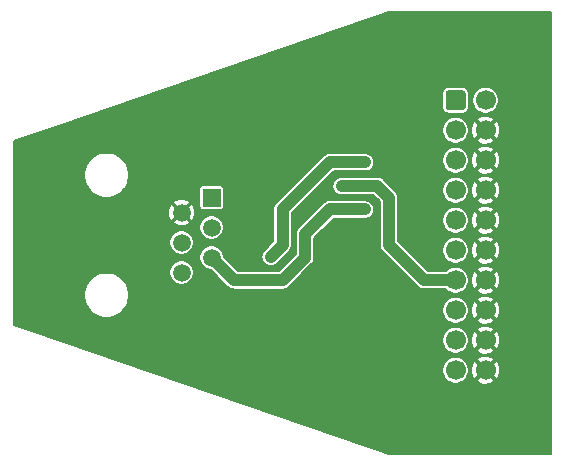
<source format=gbr>
G04 #@! TF.GenerationSoftware,KiCad,Pcbnew,5.1.6*
G04 #@! TF.CreationDate,2020-10-03T13:29:01+02:00*
G04 #@! TF.ProjectId,TagConnect2ARM,54616743-6f6e-46e6-9563-743241524d2e,rev?*
G04 #@! TF.SameCoordinates,Original*
G04 #@! TF.FileFunction,Copper,L2,Bot*
G04 #@! TF.FilePolarity,Positive*
%FSLAX46Y46*%
G04 Gerber Fmt 4.6, Leading zero omitted, Abs format (unit mm)*
G04 Created by KiCad (PCBNEW 5.1.6) date 2020-10-03 13:29:01*
%MOMM*%
%LPD*%
G01*
G04 APERTURE LIST*
G04 #@! TA.AperFunction,ComponentPad*
%ADD10R,1.520000X1.520000*%
G04 #@! TD*
G04 #@! TA.AperFunction,ComponentPad*
%ADD11C,1.520000*%
G04 #@! TD*
G04 #@! TA.AperFunction,ComponentPad*
%ADD12C,1.700000*%
G04 #@! TD*
G04 #@! TA.AperFunction,ViaPad*
%ADD13C,1.000000*%
G04 #@! TD*
G04 #@! TA.AperFunction,Conductor*
%ADD14C,1.000000*%
G04 #@! TD*
G04 #@! TA.AperFunction,Conductor*
%ADD15C,0.160000*%
G04 #@! TD*
G04 APERTURE END LIST*
D10*
G04 #@! TO.P,J101,1*
G04 #@! TO.N,/Tag_Connect_Pin_6_SWO*
X130000000Y-104000000D03*
D11*
G04 #@! TO.P,J101,2*
G04 #@! TO.N,/Tag_Connect_Pin_5_GND*
X127460000Y-105270000D03*
G04 #@! TO.P,J101,3*
G04 #@! TO.N,/Tag_Connect_Pin_4_SWCLK*
X130000000Y-106540000D03*
G04 #@! TO.P,J101,4*
G04 #@! TO.N,/Tag_Connect_Pin_3_nRST*
X127460000Y-107810000D03*
G04 #@! TO.P,J101,5*
G04 #@! TO.N,/Tag_Connect_Pin_2_SWDIO*
X130000000Y-109080000D03*
G04 #@! TO.P,J101,6*
G04 #@! TO.N,/Tag_Connect_Pin_1_VTref*
X127460000Y-110350000D03*
G04 #@! TD*
D12*
G04 #@! TO.P,J102,20*
G04 #@! TO.N,/Tag_Connect_Pin_5_GND*
X153190000Y-118610000D03*
G04 #@! TO.P,J102,18*
X153190000Y-116070000D03*
G04 #@! TO.P,J102,16*
X153190000Y-113530000D03*
G04 #@! TO.P,J102,14*
X153190000Y-110990000D03*
G04 #@! TO.P,J102,12*
X153190000Y-108450000D03*
G04 #@! TO.P,J102,10*
X153190000Y-105910000D03*
G04 #@! TO.P,J102,8*
X153190000Y-103370000D03*
G04 #@! TO.P,J102,6*
X153190000Y-100830000D03*
G04 #@! TO.P,J102,4*
X153190000Y-98290000D03*
G04 #@! TO.P,J102,2*
G04 #@! TO.N,N/C*
X153190000Y-95750000D03*
G04 #@! TO.P,J102,19*
X150650000Y-118610000D03*
G04 #@! TO.P,J102,17*
X150650000Y-116070000D03*
G04 #@! TO.P,J102,15*
G04 #@! TO.N,/Tag_Connect_Pin_3_nRST*
X150650000Y-113530000D03*
G04 #@! TO.P,J102,13*
G04 #@! TO.N,/Tag_Connect_Pin_6_SWO*
X150650000Y-110990000D03*
G04 #@! TO.P,J102,11*
G04 #@! TO.N,N/C*
X150650000Y-108450000D03*
G04 #@! TO.P,J102,9*
G04 #@! TO.N,/Tag_Connect_Pin_4_SWCLK*
X150650000Y-105910000D03*
G04 #@! TO.P,J102,7*
G04 #@! TO.N,/Tag_Connect_Pin_2_SWDIO*
X150650000Y-103370000D03*
G04 #@! TO.P,J102,5*
G04 #@! TO.N,N/C*
X150650000Y-100830000D03*
G04 #@! TO.P,J102,3*
X150650000Y-98290000D03*
G04 #@! TO.P,J102,1*
G04 #@! TO.N,/Tag_Connect_Pin_1_VTref*
G04 #@! TA.AperFunction,ComponentPad*
G36*
G01*
X149800000Y-96350000D02*
X149800000Y-95150000D01*
G75*
G02*
X150050000Y-94900000I250000J0D01*
G01*
X151250000Y-94900000D01*
G75*
G02*
X151500000Y-95150000I0J-250000D01*
G01*
X151500000Y-96350000D01*
G75*
G02*
X151250000Y-96600000I-250000J0D01*
G01*
X150050000Y-96600000D01*
G75*
G02*
X149800000Y-96350000I0J250000D01*
G01*
G37*
G04 #@! TD.AperFunction*
G04 #@! TD*
D13*
G04 #@! TO.N,/Tag_Connect_Pin_1_VTref*
X136000000Y-108000000D03*
X143000000Y-101000000D03*
X135000000Y-109000000D03*
X141000000Y-101000000D03*
G04 #@! TO.N,/Tag_Connect_Pin_2_SWDIO*
X141000000Y-105000000D03*
X143000000Y-105000000D03*
G04 #@! TO.N,/Tag_Connect_Pin_6_SWO*
X143000000Y-103000000D03*
X141000000Y-103000000D03*
G04 #@! TD*
D14*
G04 #@! TO.N,/Tag_Connect_Pin_1_VTref*
X136000000Y-108000000D02*
X136000000Y-105000000D01*
X136000000Y-105000000D02*
X140000000Y-101000000D01*
X140000000Y-101000000D02*
X141000000Y-101000000D01*
X136000000Y-108000000D02*
X135000000Y-109000000D01*
X135000000Y-109000000D02*
X135000000Y-109000000D01*
X141000000Y-101000000D02*
X143000000Y-101000000D01*
G04 #@! TO.N,/Tag_Connect_Pin_2_SWDIO*
X143000000Y-105000000D02*
X143000000Y-105000000D01*
X143000000Y-105000000D02*
X141000000Y-105000000D01*
X140000000Y-105000000D02*
X141000000Y-105000000D01*
X137920000Y-107080000D02*
X140000000Y-105000000D01*
X137920000Y-107080000D02*
X137920000Y-109080000D01*
X137920000Y-109080000D02*
X136000000Y-111000000D01*
X131920000Y-111000000D02*
X130000000Y-109080000D01*
X136000000Y-111000000D02*
X131920000Y-111000000D01*
G04 #@! TO.N,/Tag_Connect_Pin_6_SWO*
X143000000Y-103000000D02*
X144000000Y-103000000D01*
X144000000Y-103000000D02*
X145000000Y-104000000D01*
X145000000Y-104000000D02*
X145000000Y-108000000D01*
X147990000Y-110990000D02*
X145000000Y-108000000D01*
X150650000Y-110990000D02*
X147990000Y-110990000D01*
X143000000Y-103000000D02*
X141000000Y-103000000D01*
X141000000Y-103000000D02*
X141000000Y-103000000D01*
G04 #@! TD*
D15*
G04 #@! TO.N,/Tag_Connect_Pin_5_GND*
G36*
X158700000Y-125700000D02*
G01*
X145050125Y-125700000D01*
X124100901Y-118498705D01*
X149520000Y-118498705D01*
X149520000Y-118721295D01*
X149563425Y-118939609D01*
X149648607Y-119145256D01*
X149772271Y-119330333D01*
X149929667Y-119487729D01*
X150114744Y-119611393D01*
X150320391Y-119696575D01*
X150538705Y-119740000D01*
X150761295Y-119740000D01*
X150979609Y-119696575D01*
X151185256Y-119611393D01*
X151370333Y-119487729D01*
X151393310Y-119464752D01*
X152434243Y-119464752D01*
X152521324Y-119649445D01*
X152736957Y-119759925D01*
X152970001Y-119826213D01*
X153211500Y-119845764D01*
X153452173Y-119817825D01*
X153682770Y-119743470D01*
X153858676Y-119649445D01*
X153945757Y-119464752D01*
X153190000Y-118708995D01*
X152434243Y-119464752D01*
X151393310Y-119464752D01*
X151527729Y-119330333D01*
X151651393Y-119145256D01*
X151736575Y-118939609D01*
X151780000Y-118721295D01*
X151780000Y-118631500D01*
X151954236Y-118631500D01*
X151982175Y-118872173D01*
X152056530Y-119102770D01*
X152150555Y-119278676D01*
X152335248Y-119365757D01*
X153091005Y-118610000D01*
X153288995Y-118610000D01*
X154044752Y-119365757D01*
X154229445Y-119278676D01*
X154339925Y-119063043D01*
X154406213Y-118829999D01*
X154425764Y-118588500D01*
X154397825Y-118347827D01*
X154323470Y-118117230D01*
X154229445Y-117941324D01*
X154044752Y-117854243D01*
X153288995Y-118610000D01*
X153091005Y-118610000D01*
X152335248Y-117854243D01*
X152150555Y-117941324D01*
X152040075Y-118156957D01*
X151973787Y-118390001D01*
X151954236Y-118631500D01*
X151780000Y-118631500D01*
X151780000Y-118498705D01*
X151736575Y-118280391D01*
X151651393Y-118074744D01*
X151527729Y-117889667D01*
X151393310Y-117755248D01*
X152434243Y-117755248D01*
X153190000Y-118511005D01*
X153945757Y-117755248D01*
X153858676Y-117570555D01*
X153643043Y-117460075D01*
X153409999Y-117393787D01*
X153168500Y-117374236D01*
X152927827Y-117402175D01*
X152697230Y-117476530D01*
X152521324Y-117570555D01*
X152434243Y-117755248D01*
X151393310Y-117755248D01*
X151370333Y-117732271D01*
X151185256Y-117608607D01*
X150979609Y-117523425D01*
X150761295Y-117480000D01*
X150538705Y-117480000D01*
X150320391Y-117523425D01*
X150114744Y-117608607D01*
X149929667Y-117732271D01*
X149772271Y-117889667D01*
X149648607Y-118074744D01*
X149563425Y-118280391D01*
X149520000Y-118498705D01*
X124100901Y-118498705D01*
X116711809Y-115958705D01*
X149520000Y-115958705D01*
X149520000Y-116181295D01*
X149563425Y-116399609D01*
X149648607Y-116605256D01*
X149772271Y-116790333D01*
X149929667Y-116947729D01*
X150114744Y-117071393D01*
X150320391Y-117156575D01*
X150538705Y-117200000D01*
X150761295Y-117200000D01*
X150979609Y-117156575D01*
X151185256Y-117071393D01*
X151370333Y-116947729D01*
X151393310Y-116924752D01*
X152434243Y-116924752D01*
X152521324Y-117109445D01*
X152736957Y-117219925D01*
X152970001Y-117286213D01*
X153211500Y-117305764D01*
X153452173Y-117277825D01*
X153682770Y-117203470D01*
X153858676Y-117109445D01*
X153945757Y-116924752D01*
X153190000Y-116168995D01*
X152434243Y-116924752D01*
X151393310Y-116924752D01*
X151527729Y-116790333D01*
X151651393Y-116605256D01*
X151736575Y-116399609D01*
X151780000Y-116181295D01*
X151780000Y-116091500D01*
X151954236Y-116091500D01*
X151982175Y-116332173D01*
X152056530Y-116562770D01*
X152150555Y-116738676D01*
X152335248Y-116825757D01*
X153091005Y-116070000D01*
X153288995Y-116070000D01*
X154044752Y-116825757D01*
X154229445Y-116738676D01*
X154339925Y-116523043D01*
X154406213Y-116289999D01*
X154425764Y-116048500D01*
X154397825Y-115807827D01*
X154323470Y-115577230D01*
X154229445Y-115401324D01*
X154044752Y-115314243D01*
X153288995Y-116070000D01*
X153091005Y-116070000D01*
X152335248Y-115314243D01*
X152150555Y-115401324D01*
X152040075Y-115616957D01*
X151973787Y-115850001D01*
X151954236Y-116091500D01*
X151780000Y-116091500D01*
X151780000Y-115958705D01*
X151736575Y-115740391D01*
X151651393Y-115534744D01*
X151527729Y-115349667D01*
X151393310Y-115215248D01*
X152434243Y-115215248D01*
X153190000Y-115971005D01*
X153945757Y-115215248D01*
X153858676Y-115030555D01*
X153643043Y-114920075D01*
X153409999Y-114853787D01*
X153168500Y-114834236D01*
X152927827Y-114862175D01*
X152697230Y-114936530D01*
X152521324Y-115030555D01*
X152434243Y-115215248D01*
X151393310Y-115215248D01*
X151370333Y-115192271D01*
X151185256Y-115068607D01*
X150979609Y-114983425D01*
X150761295Y-114940000D01*
X150538705Y-114940000D01*
X150320391Y-114983425D01*
X150114744Y-115068607D01*
X149929667Y-115192271D01*
X149772271Y-115349667D01*
X149648607Y-115534744D01*
X149563425Y-115740391D01*
X149520000Y-115958705D01*
X116711809Y-115958705D01*
X113300000Y-114785896D01*
X113300000Y-112062374D01*
X119205000Y-112062374D01*
X119205000Y-112437626D01*
X119278209Y-112805668D01*
X119421811Y-113152356D01*
X119630290Y-113464366D01*
X119895634Y-113729710D01*
X120207644Y-113938189D01*
X120554332Y-114081791D01*
X120922374Y-114155000D01*
X121297626Y-114155000D01*
X121665668Y-114081791D01*
X122012356Y-113938189D01*
X122324366Y-113729710D01*
X122589710Y-113464366D01*
X122620219Y-113418705D01*
X149520000Y-113418705D01*
X149520000Y-113641295D01*
X149563425Y-113859609D01*
X149648607Y-114065256D01*
X149772271Y-114250333D01*
X149929667Y-114407729D01*
X150114744Y-114531393D01*
X150320391Y-114616575D01*
X150538705Y-114660000D01*
X150761295Y-114660000D01*
X150979609Y-114616575D01*
X151185256Y-114531393D01*
X151370333Y-114407729D01*
X151393310Y-114384752D01*
X152434243Y-114384752D01*
X152521324Y-114569445D01*
X152736957Y-114679925D01*
X152970001Y-114746213D01*
X153211500Y-114765764D01*
X153452173Y-114737825D01*
X153682770Y-114663470D01*
X153858676Y-114569445D01*
X153945757Y-114384752D01*
X153190000Y-113628995D01*
X152434243Y-114384752D01*
X151393310Y-114384752D01*
X151527729Y-114250333D01*
X151651393Y-114065256D01*
X151736575Y-113859609D01*
X151780000Y-113641295D01*
X151780000Y-113551500D01*
X151954236Y-113551500D01*
X151982175Y-113792173D01*
X152056530Y-114022770D01*
X152150555Y-114198676D01*
X152335248Y-114285757D01*
X153091005Y-113530000D01*
X153288995Y-113530000D01*
X154044752Y-114285757D01*
X154229445Y-114198676D01*
X154339925Y-113983043D01*
X154406213Y-113749999D01*
X154425764Y-113508500D01*
X154397825Y-113267827D01*
X154323470Y-113037230D01*
X154229445Y-112861324D01*
X154044752Y-112774243D01*
X153288995Y-113530000D01*
X153091005Y-113530000D01*
X152335248Y-112774243D01*
X152150555Y-112861324D01*
X152040075Y-113076957D01*
X151973787Y-113310001D01*
X151954236Y-113551500D01*
X151780000Y-113551500D01*
X151780000Y-113418705D01*
X151736575Y-113200391D01*
X151651393Y-112994744D01*
X151527729Y-112809667D01*
X151393310Y-112675248D01*
X152434243Y-112675248D01*
X153190000Y-113431005D01*
X153945757Y-112675248D01*
X153858676Y-112490555D01*
X153643043Y-112380075D01*
X153409999Y-112313787D01*
X153168500Y-112294236D01*
X152927827Y-112322175D01*
X152697230Y-112396530D01*
X152521324Y-112490555D01*
X152434243Y-112675248D01*
X151393310Y-112675248D01*
X151370333Y-112652271D01*
X151185256Y-112528607D01*
X150979609Y-112443425D01*
X150761295Y-112400000D01*
X150538705Y-112400000D01*
X150320391Y-112443425D01*
X150114744Y-112528607D01*
X149929667Y-112652271D01*
X149772271Y-112809667D01*
X149648607Y-112994744D01*
X149563425Y-113200391D01*
X149520000Y-113418705D01*
X122620219Y-113418705D01*
X122798189Y-113152356D01*
X122941791Y-112805668D01*
X123015000Y-112437626D01*
X123015000Y-112062374D01*
X122941791Y-111694332D01*
X122798189Y-111347644D01*
X122589710Y-111035634D01*
X122324366Y-110770290D01*
X122012356Y-110561811D01*
X121665668Y-110418209D01*
X121297626Y-110345000D01*
X120922374Y-110345000D01*
X120554332Y-110418209D01*
X120207644Y-110561811D01*
X119895634Y-110770290D01*
X119630290Y-111035634D01*
X119421811Y-111347644D01*
X119278209Y-111694332D01*
X119205000Y-112062374D01*
X113300000Y-112062374D01*
X113300000Y-110247569D01*
X126420000Y-110247569D01*
X126420000Y-110452431D01*
X126459967Y-110653357D01*
X126538364Y-110842625D01*
X126652179Y-111012961D01*
X126797039Y-111157821D01*
X126967375Y-111271636D01*
X127156643Y-111350033D01*
X127357569Y-111390000D01*
X127562431Y-111390000D01*
X127763357Y-111350033D01*
X127952625Y-111271636D01*
X128122961Y-111157821D01*
X128267821Y-111012961D01*
X128381636Y-110842625D01*
X128460033Y-110653357D01*
X128500000Y-110452431D01*
X128500000Y-110247569D01*
X128460033Y-110046643D01*
X128381636Y-109857375D01*
X128267821Y-109687039D01*
X128122961Y-109542179D01*
X127952625Y-109428364D01*
X127763357Y-109349967D01*
X127562431Y-109310000D01*
X127357569Y-109310000D01*
X127156643Y-109349967D01*
X126967375Y-109428364D01*
X126797039Y-109542179D01*
X126652179Y-109687039D01*
X126538364Y-109857375D01*
X126459967Y-110046643D01*
X126420000Y-110247569D01*
X113300000Y-110247569D01*
X113300000Y-108977569D01*
X128960000Y-108977569D01*
X128960000Y-109182431D01*
X128999967Y-109383357D01*
X129078364Y-109572625D01*
X129192179Y-109742961D01*
X129337039Y-109887821D01*
X129507375Y-110001636D01*
X129696643Y-110080033D01*
X129897569Y-110120000D01*
X129936914Y-110120000D01*
X131341363Y-111524450D01*
X131365788Y-111554212D01*
X131484558Y-111651684D01*
X131620063Y-111724113D01*
X131767093Y-111768714D01*
X131919999Y-111783774D01*
X131958317Y-111780000D01*
X135961682Y-111780000D01*
X136000000Y-111783774D01*
X136038318Y-111780000D01*
X136152907Y-111768714D01*
X136299937Y-111724113D01*
X136435442Y-111651684D01*
X136554212Y-111554212D01*
X136578642Y-111524444D01*
X138444450Y-109658637D01*
X138474212Y-109634212D01*
X138571684Y-109515442D01*
X138644113Y-109379937D01*
X138688714Y-109232907D01*
X138700000Y-109118318D01*
X138703774Y-109080001D01*
X138700000Y-109041683D01*
X138700000Y-107403086D01*
X140323087Y-105780000D01*
X143076823Y-105780000D01*
X143114588Y-105772488D01*
X143152907Y-105768714D01*
X143189753Y-105757537D01*
X143227518Y-105750025D01*
X143263092Y-105735290D01*
X143299937Y-105724113D01*
X143333894Y-105705963D01*
X143369469Y-105691227D01*
X143401485Y-105669835D01*
X143435442Y-105651684D01*
X143465208Y-105627255D01*
X143497221Y-105605865D01*
X143524444Y-105578642D01*
X143554212Y-105554212D01*
X143578642Y-105524444D01*
X143605865Y-105497221D01*
X143627255Y-105465208D01*
X143651684Y-105435442D01*
X143669835Y-105401485D01*
X143691227Y-105369469D01*
X143705963Y-105333894D01*
X143724113Y-105299937D01*
X143735290Y-105263092D01*
X143750025Y-105227518D01*
X143757537Y-105189753D01*
X143768714Y-105152907D01*
X143772488Y-105114588D01*
X143780000Y-105076823D01*
X143780000Y-105038318D01*
X143783774Y-105000000D01*
X143780000Y-104961682D01*
X143780000Y-104923177D01*
X143772488Y-104885412D01*
X143768714Y-104847093D01*
X143757537Y-104810247D01*
X143750025Y-104772482D01*
X143735290Y-104736908D01*
X143724113Y-104700063D01*
X143705963Y-104666106D01*
X143691227Y-104630531D01*
X143669835Y-104598515D01*
X143651684Y-104564558D01*
X143627255Y-104534792D01*
X143605865Y-104502779D01*
X143578642Y-104475556D01*
X143554212Y-104445788D01*
X143524444Y-104421358D01*
X143497221Y-104394135D01*
X143465208Y-104372745D01*
X143435442Y-104348316D01*
X143401485Y-104330165D01*
X143369469Y-104308773D01*
X143333894Y-104294037D01*
X143299937Y-104275887D01*
X143263092Y-104264710D01*
X143227518Y-104249975D01*
X143189753Y-104242463D01*
X143152907Y-104231286D01*
X143114588Y-104227512D01*
X143076823Y-104220000D01*
X140038310Y-104220000D01*
X139999999Y-104216227D01*
X139961689Y-104220000D01*
X139961682Y-104220000D01*
X139847093Y-104231286D01*
X139700063Y-104275887D01*
X139564558Y-104348316D01*
X139445788Y-104445788D01*
X139421363Y-104475550D01*
X137395556Y-106501358D01*
X137365788Y-106525788D01*
X137268316Y-106644559D01*
X137195887Y-106780064D01*
X137163035Y-106888364D01*
X137151286Y-106927094D01*
X137136226Y-107080000D01*
X137140000Y-107118318D01*
X137140001Y-108756912D01*
X135676914Y-110220000D01*
X132243087Y-110220000D01*
X131040000Y-109016914D01*
X131040000Y-109000000D01*
X134216226Y-109000000D01*
X134220000Y-109038318D01*
X134220000Y-109076823D01*
X134227512Y-109114588D01*
X134231286Y-109152907D01*
X134242463Y-109189753D01*
X134249975Y-109227518D01*
X134264710Y-109263092D01*
X134275887Y-109299937D01*
X134294037Y-109333894D01*
X134308773Y-109369469D01*
X134330165Y-109401485D01*
X134348316Y-109435442D01*
X134372745Y-109465208D01*
X134394135Y-109497221D01*
X134421358Y-109524444D01*
X134445788Y-109554212D01*
X134475556Y-109578642D01*
X134502779Y-109605865D01*
X134534792Y-109627255D01*
X134564558Y-109651684D01*
X134598515Y-109669835D01*
X134630531Y-109691227D01*
X134666106Y-109705963D01*
X134700063Y-109724113D01*
X134736908Y-109735290D01*
X134772482Y-109750025D01*
X134810247Y-109757537D01*
X134847093Y-109768714D01*
X134885412Y-109772488D01*
X134923177Y-109780000D01*
X134961682Y-109780000D01*
X135000000Y-109783774D01*
X135038318Y-109780000D01*
X135076823Y-109780000D01*
X135114588Y-109772488D01*
X135152907Y-109768714D01*
X135189753Y-109757537D01*
X135227518Y-109750025D01*
X135263092Y-109735290D01*
X135299937Y-109724113D01*
X135333894Y-109705963D01*
X135369469Y-109691227D01*
X135401485Y-109669835D01*
X135435442Y-109651684D01*
X135465208Y-109627255D01*
X135497221Y-109605865D01*
X135524444Y-109578642D01*
X135554212Y-109554212D01*
X135578642Y-109524444D01*
X135605865Y-109497221D01*
X136524451Y-108578636D01*
X136554212Y-108554212D01*
X136578642Y-108524444D01*
X136605865Y-108497221D01*
X136627255Y-108465208D01*
X136651684Y-108435442D01*
X136669835Y-108401485D01*
X136691227Y-108369469D01*
X136705963Y-108333894D01*
X136718047Y-108311286D01*
X136724113Y-108299938D01*
X136735290Y-108263090D01*
X136750025Y-108227518D01*
X136757537Y-108189752D01*
X136758121Y-108187827D01*
X136768714Y-108152907D01*
X136772488Y-108114588D01*
X136780000Y-108076823D01*
X136780000Y-108038317D01*
X136783774Y-108000000D01*
X136780000Y-107961682D01*
X136780000Y-105323086D01*
X139103086Y-103000000D01*
X140216226Y-103000000D01*
X140220000Y-103038318D01*
X140220000Y-103076823D01*
X140227512Y-103114588D01*
X140231286Y-103152907D01*
X140242463Y-103189753D01*
X140249975Y-103227518D01*
X140264710Y-103263092D01*
X140275887Y-103299937D01*
X140294037Y-103333894D01*
X140308773Y-103369469D01*
X140330165Y-103401485D01*
X140348316Y-103435442D01*
X140372745Y-103465208D01*
X140394135Y-103497221D01*
X140421358Y-103524444D01*
X140445788Y-103554212D01*
X140475556Y-103578642D01*
X140502779Y-103605865D01*
X140534792Y-103627255D01*
X140564558Y-103651684D01*
X140598515Y-103669835D01*
X140630531Y-103691227D01*
X140666106Y-103705963D01*
X140700063Y-103724113D01*
X140736908Y-103735290D01*
X140772482Y-103750025D01*
X140810247Y-103757537D01*
X140847093Y-103768714D01*
X140885412Y-103772488D01*
X140923177Y-103780000D01*
X143676914Y-103780000D01*
X144220000Y-104323087D01*
X144220001Y-107961672D01*
X144216226Y-108000000D01*
X144231286Y-108152906D01*
X144275888Y-108299937D01*
X144348316Y-108435441D01*
X144399018Y-108497221D01*
X144445789Y-108554212D01*
X144475551Y-108578637D01*
X147411363Y-111514450D01*
X147435788Y-111544212D01*
X147554558Y-111641684D01*
X147573267Y-111651684D01*
X147690062Y-111714113D01*
X147763578Y-111736413D01*
X147837093Y-111758714D01*
X147951682Y-111770000D01*
X147990000Y-111773774D01*
X148028318Y-111770000D01*
X149831938Y-111770000D01*
X149929667Y-111867729D01*
X150114744Y-111991393D01*
X150320391Y-112076575D01*
X150538705Y-112120000D01*
X150761295Y-112120000D01*
X150979609Y-112076575D01*
X151185256Y-111991393D01*
X151370333Y-111867729D01*
X151393310Y-111844752D01*
X152434243Y-111844752D01*
X152521324Y-112029445D01*
X152736957Y-112139925D01*
X152970001Y-112206213D01*
X153211500Y-112225764D01*
X153452173Y-112197825D01*
X153682770Y-112123470D01*
X153858676Y-112029445D01*
X153945757Y-111844752D01*
X153190000Y-111088995D01*
X152434243Y-111844752D01*
X151393310Y-111844752D01*
X151527729Y-111710333D01*
X151651393Y-111525256D01*
X151736575Y-111319609D01*
X151780000Y-111101295D01*
X151780000Y-111011500D01*
X151954236Y-111011500D01*
X151982175Y-111252173D01*
X152056530Y-111482770D01*
X152150555Y-111658676D01*
X152335248Y-111745757D01*
X153091005Y-110990000D01*
X153288995Y-110990000D01*
X154044752Y-111745757D01*
X154229445Y-111658676D01*
X154339925Y-111443043D01*
X154406213Y-111209999D01*
X154425764Y-110968500D01*
X154397825Y-110727827D01*
X154323470Y-110497230D01*
X154229445Y-110321324D01*
X154044752Y-110234243D01*
X153288995Y-110990000D01*
X153091005Y-110990000D01*
X152335248Y-110234243D01*
X152150555Y-110321324D01*
X152040075Y-110536957D01*
X151973787Y-110770001D01*
X151954236Y-111011500D01*
X151780000Y-111011500D01*
X151780000Y-110878705D01*
X151736575Y-110660391D01*
X151651393Y-110454744D01*
X151527729Y-110269667D01*
X151393310Y-110135248D01*
X152434243Y-110135248D01*
X153190000Y-110891005D01*
X153945757Y-110135248D01*
X153858676Y-109950555D01*
X153643043Y-109840075D01*
X153409999Y-109773787D01*
X153168500Y-109754236D01*
X152927827Y-109782175D01*
X152697230Y-109856530D01*
X152521324Y-109950555D01*
X152434243Y-110135248D01*
X151393310Y-110135248D01*
X151370333Y-110112271D01*
X151185256Y-109988607D01*
X150979609Y-109903425D01*
X150761295Y-109860000D01*
X150538705Y-109860000D01*
X150320391Y-109903425D01*
X150114744Y-109988607D01*
X149929667Y-110112271D01*
X149831938Y-110210000D01*
X148313087Y-110210000D01*
X146441792Y-108338705D01*
X149520000Y-108338705D01*
X149520000Y-108561295D01*
X149563425Y-108779609D01*
X149648607Y-108985256D01*
X149772271Y-109170333D01*
X149929667Y-109327729D01*
X150114744Y-109451393D01*
X150320391Y-109536575D01*
X150538705Y-109580000D01*
X150761295Y-109580000D01*
X150979609Y-109536575D01*
X151185256Y-109451393D01*
X151370333Y-109327729D01*
X151393310Y-109304752D01*
X152434243Y-109304752D01*
X152521324Y-109489445D01*
X152736957Y-109599925D01*
X152970001Y-109666213D01*
X153211500Y-109685764D01*
X153452173Y-109657825D01*
X153682770Y-109583470D01*
X153858676Y-109489445D01*
X153945757Y-109304752D01*
X153190000Y-108548995D01*
X152434243Y-109304752D01*
X151393310Y-109304752D01*
X151527729Y-109170333D01*
X151651393Y-108985256D01*
X151736575Y-108779609D01*
X151780000Y-108561295D01*
X151780000Y-108471500D01*
X151954236Y-108471500D01*
X151982175Y-108712173D01*
X152056530Y-108942770D01*
X152150555Y-109118676D01*
X152335248Y-109205757D01*
X153091005Y-108450000D01*
X153288995Y-108450000D01*
X154044752Y-109205757D01*
X154229445Y-109118676D01*
X154339925Y-108903043D01*
X154406213Y-108669999D01*
X154425764Y-108428500D01*
X154397825Y-108187827D01*
X154323470Y-107957230D01*
X154229445Y-107781324D01*
X154044752Y-107694243D01*
X153288995Y-108450000D01*
X153091005Y-108450000D01*
X152335248Y-107694243D01*
X152150555Y-107781324D01*
X152040075Y-107996957D01*
X151973787Y-108230001D01*
X151954236Y-108471500D01*
X151780000Y-108471500D01*
X151780000Y-108338705D01*
X151736575Y-108120391D01*
X151651393Y-107914744D01*
X151527729Y-107729667D01*
X151393310Y-107595248D01*
X152434243Y-107595248D01*
X153190000Y-108351005D01*
X153945757Y-107595248D01*
X153858676Y-107410555D01*
X153643043Y-107300075D01*
X153409999Y-107233787D01*
X153168500Y-107214236D01*
X152927827Y-107242175D01*
X152697230Y-107316530D01*
X152521324Y-107410555D01*
X152434243Y-107595248D01*
X151393310Y-107595248D01*
X151370333Y-107572271D01*
X151185256Y-107448607D01*
X150979609Y-107363425D01*
X150761295Y-107320000D01*
X150538705Y-107320000D01*
X150320391Y-107363425D01*
X150114744Y-107448607D01*
X149929667Y-107572271D01*
X149772271Y-107729667D01*
X149648607Y-107914744D01*
X149563425Y-108120391D01*
X149520000Y-108338705D01*
X146441792Y-108338705D01*
X145780000Y-107676914D01*
X145780000Y-105798705D01*
X149520000Y-105798705D01*
X149520000Y-106021295D01*
X149563425Y-106239609D01*
X149648607Y-106445256D01*
X149772271Y-106630333D01*
X149929667Y-106787729D01*
X150114744Y-106911393D01*
X150320391Y-106996575D01*
X150538705Y-107040000D01*
X150761295Y-107040000D01*
X150979609Y-106996575D01*
X151185256Y-106911393D01*
X151370333Y-106787729D01*
X151393310Y-106764752D01*
X152434243Y-106764752D01*
X152521324Y-106949445D01*
X152736957Y-107059925D01*
X152970001Y-107126213D01*
X153211500Y-107145764D01*
X153452173Y-107117825D01*
X153682770Y-107043470D01*
X153858676Y-106949445D01*
X153945757Y-106764752D01*
X153190000Y-106008995D01*
X152434243Y-106764752D01*
X151393310Y-106764752D01*
X151527729Y-106630333D01*
X151651393Y-106445256D01*
X151736575Y-106239609D01*
X151780000Y-106021295D01*
X151780000Y-105931500D01*
X151954236Y-105931500D01*
X151982175Y-106172173D01*
X152056530Y-106402770D01*
X152150555Y-106578676D01*
X152335248Y-106665757D01*
X153091005Y-105910000D01*
X153288995Y-105910000D01*
X154044752Y-106665757D01*
X154229445Y-106578676D01*
X154339925Y-106363043D01*
X154406213Y-106129999D01*
X154425764Y-105888500D01*
X154397825Y-105647827D01*
X154323470Y-105417230D01*
X154229445Y-105241324D01*
X154044752Y-105154243D01*
X153288995Y-105910000D01*
X153091005Y-105910000D01*
X152335248Y-105154243D01*
X152150555Y-105241324D01*
X152040075Y-105456957D01*
X151973787Y-105690001D01*
X151954236Y-105931500D01*
X151780000Y-105931500D01*
X151780000Y-105798705D01*
X151736575Y-105580391D01*
X151651393Y-105374744D01*
X151527729Y-105189667D01*
X151393310Y-105055248D01*
X152434243Y-105055248D01*
X153190000Y-105811005D01*
X153945757Y-105055248D01*
X153858676Y-104870555D01*
X153643043Y-104760075D01*
X153409999Y-104693787D01*
X153168500Y-104674236D01*
X152927827Y-104702175D01*
X152697230Y-104776530D01*
X152521324Y-104870555D01*
X152434243Y-105055248D01*
X151393310Y-105055248D01*
X151370333Y-105032271D01*
X151185256Y-104908607D01*
X150979609Y-104823425D01*
X150761295Y-104780000D01*
X150538705Y-104780000D01*
X150320391Y-104823425D01*
X150114744Y-104908607D01*
X149929667Y-105032271D01*
X149772271Y-105189667D01*
X149648607Y-105374744D01*
X149563425Y-105580391D01*
X149520000Y-105798705D01*
X145780000Y-105798705D01*
X145780000Y-104038318D01*
X145783774Y-104000000D01*
X145776071Y-103921791D01*
X145768714Y-103847093D01*
X145739269Y-103750025D01*
X145724113Y-103700062D01*
X145673763Y-103605865D01*
X145651684Y-103564558D01*
X145554212Y-103445788D01*
X145524451Y-103421364D01*
X145361792Y-103258705D01*
X149520000Y-103258705D01*
X149520000Y-103481295D01*
X149563425Y-103699609D01*
X149648607Y-103905256D01*
X149772271Y-104090333D01*
X149929667Y-104247729D01*
X150114744Y-104371393D01*
X150320391Y-104456575D01*
X150538705Y-104500000D01*
X150761295Y-104500000D01*
X150979609Y-104456575D01*
X151185256Y-104371393D01*
X151370333Y-104247729D01*
X151393310Y-104224752D01*
X152434243Y-104224752D01*
X152521324Y-104409445D01*
X152736957Y-104519925D01*
X152970001Y-104586213D01*
X153211500Y-104605764D01*
X153452173Y-104577825D01*
X153682770Y-104503470D01*
X153858676Y-104409445D01*
X153945757Y-104224752D01*
X153190000Y-103468995D01*
X152434243Y-104224752D01*
X151393310Y-104224752D01*
X151527729Y-104090333D01*
X151651393Y-103905256D01*
X151736575Y-103699609D01*
X151780000Y-103481295D01*
X151780000Y-103391500D01*
X151954236Y-103391500D01*
X151982175Y-103632173D01*
X152056530Y-103862770D01*
X152150555Y-104038676D01*
X152335248Y-104125757D01*
X153091005Y-103370000D01*
X153288995Y-103370000D01*
X154044752Y-104125757D01*
X154229445Y-104038676D01*
X154339925Y-103823043D01*
X154406213Y-103589999D01*
X154425764Y-103348500D01*
X154397825Y-103107827D01*
X154323470Y-102877230D01*
X154229445Y-102701324D01*
X154044752Y-102614243D01*
X153288995Y-103370000D01*
X153091005Y-103370000D01*
X152335248Y-102614243D01*
X152150555Y-102701324D01*
X152040075Y-102916957D01*
X151973787Y-103150001D01*
X151954236Y-103391500D01*
X151780000Y-103391500D01*
X151780000Y-103258705D01*
X151736575Y-103040391D01*
X151651393Y-102834744D01*
X151527729Y-102649667D01*
X151393310Y-102515248D01*
X152434243Y-102515248D01*
X153190000Y-103271005D01*
X153945757Y-102515248D01*
X153858676Y-102330555D01*
X153643043Y-102220075D01*
X153409999Y-102153787D01*
X153168500Y-102134236D01*
X152927827Y-102162175D01*
X152697230Y-102236530D01*
X152521324Y-102330555D01*
X152434243Y-102515248D01*
X151393310Y-102515248D01*
X151370333Y-102492271D01*
X151185256Y-102368607D01*
X150979609Y-102283425D01*
X150761295Y-102240000D01*
X150538705Y-102240000D01*
X150320391Y-102283425D01*
X150114744Y-102368607D01*
X149929667Y-102492271D01*
X149772271Y-102649667D01*
X149648607Y-102834744D01*
X149563425Y-103040391D01*
X149520000Y-103258705D01*
X145361792Y-103258705D01*
X144578642Y-102475555D01*
X144554212Y-102445788D01*
X144435442Y-102348316D01*
X144299937Y-102275887D01*
X144152907Y-102231286D01*
X144038318Y-102220000D01*
X144000000Y-102216226D01*
X143961682Y-102220000D01*
X140923177Y-102220000D01*
X140885412Y-102227512D01*
X140847093Y-102231286D01*
X140810247Y-102242463D01*
X140772482Y-102249975D01*
X140736908Y-102264710D01*
X140700063Y-102275887D01*
X140666106Y-102294037D01*
X140630531Y-102308773D01*
X140598515Y-102330165D01*
X140564558Y-102348316D01*
X140534792Y-102372745D01*
X140502779Y-102394135D01*
X140475556Y-102421358D01*
X140445788Y-102445788D01*
X140421358Y-102475556D01*
X140394135Y-102502779D01*
X140372745Y-102534792D01*
X140348316Y-102564558D01*
X140330165Y-102598515D01*
X140308773Y-102630531D01*
X140294037Y-102666106D01*
X140275887Y-102700063D01*
X140264710Y-102736908D01*
X140249975Y-102772482D01*
X140242463Y-102810247D01*
X140231286Y-102847093D01*
X140227512Y-102885412D01*
X140220000Y-102923177D01*
X140220000Y-102961682D01*
X140216226Y-103000000D01*
X139103086Y-103000000D01*
X140323087Y-101780000D01*
X143076823Y-101780000D01*
X143114588Y-101772488D01*
X143152907Y-101768714D01*
X143189753Y-101757537D01*
X143227518Y-101750025D01*
X143263092Y-101735290D01*
X143299937Y-101724113D01*
X143333894Y-101705963D01*
X143369469Y-101691227D01*
X143401485Y-101669835D01*
X143435442Y-101651684D01*
X143465208Y-101627255D01*
X143497221Y-101605865D01*
X143524444Y-101578642D01*
X143554212Y-101554212D01*
X143578642Y-101524444D01*
X143605865Y-101497221D01*
X143627255Y-101465208D01*
X143651684Y-101435442D01*
X143669835Y-101401485D01*
X143691227Y-101369469D01*
X143705963Y-101333894D01*
X143724113Y-101299937D01*
X143735290Y-101263092D01*
X143750025Y-101227518D01*
X143757537Y-101189753D01*
X143768714Y-101152907D01*
X143772488Y-101114588D01*
X143780000Y-101076823D01*
X143780000Y-101038318D01*
X143783774Y-101000000D01*
X143780000Y-100961682D01*
X143780000Y-100923177D01*
X143772488Y-100885412D01*
X143768714Y-100847093D01*
X143757537Y-100810247D01*
X143750025Y-100772482D01*
X143735290Y-100736908D01*
X143729769Y-100718705D01*
X149520000Y-100718705D01*
X149520000Y-100941295D01*
X149563425Y-101159609D01*
X149648607Y-101365256D01*
X149772271Y-101550333D01*
X149929667Y-101707729D01*
X150114744Y-101831393D01*
X150320391Y-101916575D01*
X150538705Y-101960000D01*
X150761295Y-101960000D01*
X150979609Y-101916575D01*
X151185256Y-101831393D01*
X151370333Y-101707729D01*
X151393310Y-101684752D01*
X152434243Y-101684752D01*
X152521324Y-101869445D01*
X152736957Y-101979925D01*
X152970001Y-102046213D01*
X153211500Y-102065764D01*
X153452173Y-102037825D01*
X153682770Y-101963470D01*
X153858676Y-101869445D01*
X153945757Y-101684752D01*
X153190000Y-100928995D01*
X152434243Y-101684752D01*
X151393310Y-101684752D01*
X151527729Y-101550333D01*
X151651393Y-101365256D01*
X151736575Y-101159609D01*
X151780000Y-100941295D01*
X151780000Y-100851500D01*
X151954236Y-100851500D01*
X151982175Y-101092173D01*
X152056530Y-101322770D01*
X152150555Y-101498676D01*
X152335248Y-101585757D01*
X153091005Y-100830000D01*
X153288995Y-100830000D01*
X154044752Y-101585757D01*
X154229445Y-101498676D01*
X154339925Y-101283043D01*
X154406213Y-101049999D01*
X154425764Y-100808500D01*
X154397825Y-100567827D01*
X154323470Y-100337230D01*
X154229445Y-100161324D01*
X154044752Y-100074243D01*
X153288995Y-100830000D01*
X153091005Y-100830000D01*
X152335248Y-100074243D01*
X152150555Y-100161324D01*
X152040075Y-100376957D01*
X151973787Y-100610001D01*
X151954236Y-100851500D01*
X151780000Y-100851500D01*
X151780000Y-100718705D01*
X151736575Y-100500391D01*
X151651393Y-100294744D01*
X151527729Y-100109667D01*
X151393310Y-99975248D01*
X152434243Y-99975248D01*
X153190000Y-100731005D01*
X153945757Y-99975248D01*
X153858676Y-99790555D01*
X153643043Y-99680075D01*
X153409999Y-99613787D01*
X153168500Y-99594236D01*
X152927827Y-99622175D01*
X152697230Y-99696530D01*
X152521324Y-99790555D01*
X152434243Y-99975248D01*
X151393310Y-99975248D01*
X151370333Y-99952271D01*
X151185256Y-99828607D01*
X150979609Y-99743425D01*
X150761295Y-99700000D01*
X150538705Y-99700000D01*
X150320391Y-99743425D01*
X150114744Y-99828607D01*
X149929667Y-99952271D01*
X149772271Y-100109667D01*
X149648607Y-100294744D01*
X149563425Y-100500391D01*
X149520000Y-100718705D01*
X143729769Y-100718705D01*
X143724113Y-100700063D01*
X143705963Y-100666106D01*
X143691227Y-100630531D01*
X143669835Y-100598515D01*
X143651684Y-100564558D01*
X143627255Y-100534792D01*
X143605865Y-100502779D01*
X143578642Y-100475556D01*
X143554212Y-100445788D01*
X143524444Y-100421358D01*
X143497221Y-100394135D01*
X143465208Y-100372745D01*
X143435442Y-100348316D01*
X143401485Y-100330165D01*
X143369469Y-100308773D01*
X143333894Y-100294037D01*
X143299937Y-100275887D01*
X143263092Y-100264710D01*
X143227518Y-100249975D01*
X143189753Y-100242463D01*
X143152907Y-100231286D01*
X143114588Y-100227512D01*
X143076823Y-100220000D01*
X140038307Y-100220000D01*
X139999999Y-100216227D01*
X139961691Y-100220000D01*
X139961682Y-100220000D01*
X139847093Y-100231286D01*
X139700063Y-100275887D01*
X139564558Y-100348316D01*
X139445788Y-100445788D01*
X139421363Y-100475550D01*
X135475552Y-104421362D01*
X135445789Y-104445788D01*
X135421364Y-104475550D01*
X135421362Y-104475552D01*
X135348316Y-104564559D01*
X135275888Y-104700063D01*
X135231286Y-104847094D01*
X135216226Y-105000000D01*
X135220001Y-105038328D01*
X135220000Y-107676913D01*
X134502779Y-108394135D01*
X134475556Y-108421358D01*
X134445788Y-108445788D01*
X134421358Y-108475556D01*
X134394135Y-108502779D01*
X134372745Y-108534792D01*
X134348316Y-108564558D01*
X134330165Y-108598515D01*
X134308773Y-108630531D01*
X134294037Y-108666106D01*
X134275887Y-108700063D01*
X134264710Y-108736908D01*
X134249975Y-108772482D01*
X134242463Y-108810247D01*
X134231286Y-108847093D01*
X134227512Y-108885412D01*
X134220000Y-108923177D01*
X134220000Y-108961682D01*
X134216226Y-109000000D01*
X131040000Y-109000000D01*
X131040000Y-108977569D01*
X131000033Y-108776643D01*
X130921636Y-108587375D01*
X130807821Y-108417039D01*
X130662961Y-108272179D01*
X130492625Y-108158364D01*
X130303357Y-108079967D01*
X130102431Y-108040000D01*
X129897569Y-108040000D01*
X129696643Y-108079967D01*
X129507375Y-108158364D01*
X129337039Y-108272179D01*
X129192179Y-108417039D01*
X129078364Y-108587375D01*
X128999967Y-108776643D01*
X128960000Y-108977569D01*
X113300000Y-108977569D01*
X113300000Y-107707569D01*
X126420000Y-107707569D01*
X126420000Y-107912431D01*
X126459967Y-108113357D01*
X126538364Y-108302625D01*
X126652179Y-108472961D01*
X126797039Y-108617821D01*
X126967375Y-108731636D01*
X127156643Y-108810033D01*
X127357569Y-108850000D01*
X127562431Y-108850000D01*
X127763357Y-108810033D01*
X127952625Y-108731636D01*
X128122961Y-108617821D01*
X128267821Y-108472961D01*
X128381636Y-108302625D01*
X128460033Y-108113357D01*
X128500000Y-107912431D01*
X128500000Y-107707569D01*
X128460033Y-107506643D01*
X128381636Y-107317375D01*
X128267821Y-107147039D01*
X128122961Y-107002179D01*
X127952625Y-106888364D01*
X127763357Y-106809967D01*
X127562431Y-106770000D01*
X127357569Y-106770000D01*
X127156643Y-106809967D01*
X126967375Y-106888364D01*
X126797039Y-107002179D01*
X126652179Y-107147039D01*
X126538364Y-107317375D01*
X126459967Y-107506643D01*
X126420000Y-107707569D01*
X113300000Y-107707569D01*
X113300000Y-106437569D01*
X128960000Y-106437569D01*
X128960000Y-106642431D01*
X128999967Y-106843357D01*
X129078364Y-107032625D01*
X129192179Y-107202961D01*
X129337039Y-107347821D01*
X129507375Y-107461636D01*
X129696643Y-107540033D01*
X129897569Y-107580000D01*
X130102431Y-107580000D01*
X130303357Y-107540033D01*
X130492625Y-107461636D01*
X130662961Y-107347821D01*
X130807821Y-107202961D01*
X130921636Y-107032625D01*
X131000033Y-106843357D01*
X131040000Y-106642431D01*
X131040000Y-106437569D01*
X131000033Y-106236643D01*
X130921636Y-106047375D01*
X130807821Y-105877039D01*
X130662961Y-105732179D01*
X130492625Y-105618364D01*
X130303357Y-105539967D01*
X130102431Y-105500000D01*
X129897569Y-105500000D01*
X129696643Y-105539967D01*
X129507375Y-105618364D01*
X129337039Y-105732179D01*
X129192179Y-105877039D01*
X129078364Y-106047375D01*
X128999967Y-106236643D01*
X128960000Y-106437569D01*
X113300000Y-106437569D01*
X113300000Y-106060673D01*
X126768322Y-106060673D01*
X126844572Y-106236155D01*
X127044884Y-106337655D01*
X127261150Y-106398125D01*
X127485058Y-106415242D01*
X127708001Y-106388348D01*
X127921415Y-106318477D01*
X128075428Y-106236155D01*
X128151678Y-106060673D01*
X127460000Y-105368995D01*
X126768322Y-106060673D01*
X113300000Y-106060673D01*
X113300000Y-105295058D01*
X126314758Y-105295058D01*
X126341652Y-105518001D01*
X126411523Y-105731415D01*
X126493845Y-105885428D01*
X126669327Y-105961678D01*
X127361005Y-105270000D01*
X127558995Y-105270000D01*
X128250673Y-105961678D01*
X128426155Y-105885428D01*
X128527655Y-105685116D01*
X128588125Y-105468850D01*
X128605242Y-105244942D01*
X128578348Y-105021999D01*
X128508477Y-104808585D01*
X128426155Y-104654572D01*
X128250673Y-104578322D01*
X127558995Y-105270000D01*
X127361005Y-105270000D01*
X126669327Y-104578322D01*
X126493845Y-104654572D01*
X126392345Y-104854884D01*
X126331875Y-105071150D01*
X126314758Y-105295058D01*
X113300000Y-105295058D01*
X113300000Y-104479327D01*
X126768322Y-104479327D01*
X127460000Y-105171005D01*
X128151678Y-104479327D01*
X128075428Y-104303845D01*
X127875116Y-104202345D01*
X127658850Y-104141875D01*
X127434942Y-104124758D01*
X127211999Y-104151652D01*
X126998585Y-104221523D01*
X126844572Y-104303845D01*
X126768322Y-104479327D01*
X113300000Y-104479327D01*
X113300000Y-101902374D01*
X119205000Y-101902374D01*
X119205000Y-102277626D01*
X119278209Y-102645668D01*
X119421811Y-102992356D01*
X119630290Y-103304366D01*
X119895634Y-103569710D01*
X120207644Y-103778189D01*
X120554332Y-103921791D01*
X120922374Y-103995000D01*
X121297626Y-103995000D01*
X121665668Y-103921791D01*
X122012356Y-103778189D01*
X122324366Y-103569710D01*
X122589710Y-103304366D01*
X122632718Y-103240000D01*
X128958646Y-103240000D01*
X128958646Y-104760000D01*
X128964052Y-104814889D01*
X128980063Y-104867670D01*
X129006063Y-104916312D01*
X129041053Y-104958947D01*
X129083688Y-104993937D01*
X129132330Y-105019937D01*
X129185111Y-105035948D01*
X129240000Y-105041354D01*
X130760000Y-105041354D01*
X130814889Y-105035948D01*
X130867670Y-105019937D01*
X130916312Y-104993937D01*
X130958947Y-104958947D01*
X130993937Y-104916312D01*
X131019937Y-104867670D01*
X131035948Y-104814889D01*
X131041354Y-104760000D01*
X131041354Y-103240000D01*
X131035948Y-103185111D01*
X131019937Y-103132330D01*
X130993937Y-103083688D01*
X130958947Y-103041053D01*
X130916312Y-103006063D01*
X130867670Y-102980063D01*
X130814889Y-102964052D01*
X130760000Y-102958646D01*
X129240000Y-102958646D01*
X129185111Y-102964052D01*
X129132330Y-102980063D01*
X129083688Y-103006063D01*
X129041053Y-103041053D01*
X129006063Y-103083688D01*
X128980063Y-103132330D01*
X128964052Y-103185111D01*
X128958646Y-103240000D01*
X122632718Y-103240000D01*
X122798189Y-102992356D01*
X122941791Y-102645668D01*
X123015000Y-102277626D01*
X123015000Y-101902374D01*
X122941791Y-101534332D01*
X122798189Y-101187644D01*
X122589710Y-100875634D01*
X122324366Y-100610290D01*
X122012356Y-100401811D01*
X121665668Y-100258209D01*
X121297626Y-100185000D01*
X120922374Y-100185000D01*
X120554332Y-100258209D01*
X120207644Y-100401811D01*
X119895634Y-100610290D01*
X119630290Y-100875634D01*
X119421811Y-101187644D01*
X119278209Y-101534332D01*
X119205000Y-101902374D01*
X113300000Y-101902374D01*
X113300000Y-99214104D01*
X116312070Y-98178705D01*
X149520000Y-98178705D01*
X149520000Y-98401295D01*
X149563425Y-98619609D01*
X149648607Y-98825256D01*
X149772271Y-99010333D01*
X149929667Y-99167729D01*
X150114744Y-99291393D01*
X150320391Y-99376575D01*
X150538705Y-99420000D01*
X150761295Y-99420000D01*
X150979609Y-99376575D01*
X151185256Y-99291393D01*
X151370333Y-99167729D01*
X151393310Y-99144752D01*
X152434243Y-99144752D01*
X152521324Y-99329445D01*
X152736957Y-99439925D01*
X152970001Y-99506213D01*
X153211500Y-99525764D01*
X153452173Y-99497825D01*
X153682770Y-99423470D01*
X153858676Y-99329445D01*
X153945757Y-99144752D01*
X153190000Y-98388995D01*
X152434243Y-99144752D01*
X151393310Y-99144752D01*
X151527729Y-99010333D01*
X151651393Y-98825256D01*
X151736575Y-98619609D01*
X151780000Y-98401295D01*
X151780000Y-98311500D01*
X151954236Y-98311500D01*
X151982175Y-98552173D01*
X152056530Y-98782770D01*
X152150555Y-98958676D01*
X152335248Y-99045757D01*
X153091005Y-98290000D01*
X153288995Y-98290000D01*
X154044752Y-99045757D01*
X154229445Y-98958676D01*
X154339925Y-98743043D01*
X154406213Y-98509999D01*
X154425764Y-98268500D01*
X154397825Y-98027827D01*
X154323470Y-97797230D01*
X154229445Y-97621324D01*
X154044752Y-97534243D01*
X153288995Y-98290000D01*
X153091005Y-98290000D01*
X152335248Y-97534243D01*
X152150555Y-97621324D01*
X152040075Y-97836957D01*
X151973787Y-98070001D01*
X151954236Y-98311500D01*
X151780000Y-98311500D01*
X151780000Y-98178705D01*
X151736575Y-97960391D01*
X151651393Y-97754744D01*
X151527729Y-97569667D01*
X151393310Y-97435248D01*
X152434243Y-97435248D01*
X153190000Y-98191005D01*
X153945757Y-97435248D01*
X153858676Y-97250555D01*
X153643043Y-97140075D01*
X153409999Y-97073787D01*
X153168500Y-97054236D01*
X152927827Y-97082175D01*
X152697230Y-97156530D01*
X152521324Y-97250555D01*
X152434243Y-97435248D01*
X151393310Y-97435248D01*
X151370333Y-97412271D01*
X151185256Y-97288607D01*
X150979609Y-97203425D01*
X150761295Y-97160000D01*
X150538705Y-97160000D01*
X150320391Y-97203425D01*
X150114744Y-97288607D01*
X149929667Y-97412271D01*
X149772271Y-97569667D01*
X149648607Y-97754744D01*
X149563425Y-97960391D01*
X149520000Y-98178705D01*
X116312070Y-98178705D01*
X125122849Y-95150000D01*
X149518646Y-95150000D01*
X149518646Y-96350000D01*
X149528856Y-96453662D01*
X149559093Y-96553340D01*
X149608195Y-96645204D01*
X149674276Y-96725724D01*
X149754796Y-96791805D01*
X149846660Y-96840907D01*
X149946338Y-96871144D01*
X150050000Y-96881354D01*
X151250000Y-96881354D01*
X151353662Y-96871144D01*
X151453340Y-96840907D01*
X151545204Y-96791805D01*
X151625724Y-96725724D01*
X151691805Y-96645204D01*
X151740907Y-96553340D01*
X151771144Y-96453662D01*
X151781354Y-96350000D01*
X151781354Y-95638705D01*
X152060000Y-95638705D01*
X152060000Y-95861295D01*
X152103425Y-96079609D01*
X152188607Y-96285256D01*
X152312271Y-96470333D01*
X152469667Y-96627729D01*
X152654744Y-96751393D01*
X152860391Y-96836575D01*
X153078705Y-96880000D01*
X153301295Y-96880000D01*
X153519609Y-96836575D01*
X153725256Y-96751393D01*
X153910333Y-96627729D01*
X154067729Y-96470333D01*
X154191393Y-96285256D01*
X154276575Y-96079609D01*
X154320000Y-95861295D01*
X154320000Y-95638705D01*
X154276575Y-95420391D01*
X154191393Y-95214744D01*
X154067729Y-95029667D01*
X153910333Y-94872271D01*
X153725256Y-94748607D01*
X153519609Y-94663425D01*
X153301295Y-94620000D01*
X153078705Y-94620000D01*
X152860391Y-94663425D01*
X152654744Y-94748607D01*
X152469667Y-94872271D01*
X152312271Y-95029667D01*
X152188607Y-95214744D01*
X152103425Y-95420391D01*
X152060000Y-95638705D01*
X151781354Y-95638705D01*
X151781354Y-95150000D01*
X151771144Y-95046338D01*
X151740907Y-94946660D01*
X151691805Y-94854796D01*
X151625724Y-94774276D01*
X151545204Y-94708195D01*
X151453340Y-94659093D01*
X151353662Y-94628856D01*
X151250000Y-94618646D01*
X150050000Y-94618646D01*
X149946338Y-94628856D01*
X149846660Y-94659093D01*
X149754796Y-94708195D01*
X149674276Y-94774276D01*
X149608195Y-94854796D01*
X149559093Y-94946660D01*
X149528856Y-95046338D01*
X149518646Y-95150000D01*
X125122849Y-95150000D01*
X145050125Y-88300000D01*
X158700001Y-88300000D01*
X158700000Y-125700000D01*
G37*
X158700000Y-125700000D02*
X145050125Y-125700000D01*
X124100901Y-118498705D01*
X149520000Y-118498705D01*
X149520000Y-118721295D01*
X149563425Y-118939609D01*
X149648607Y-119145256D01*
X149772271Y-119330333D01*
X149929667Y-119487729D01*
X150114744Y-119611393D01*
X150320391Y-119696575D01*
X150538705Y-119740000D01*
X150761295Y-119740000D01*
X150979609Y-119696575D01*
X151185256Y-119611393D01*
X151370333Y-119487729D01*
X151393310Y-119464752D01*
X152434243Y-119464752D01*
X152521324Y-119649445D01*
X152736957Y-119759925D01*
X152970001Y-119826213D01*
X153211500Y-119845764D01*
X153452173Y-119817825D01*
X153682770Y-119743470D01*
X153858676Y-119649445D01*
X153945757Y-119464752D01*
X153190000Y-118708995D01*
X152434243Y-119464752D01*
X151393310Y-119464752D01*
X151527729Y-119330333D01*
X151651393Y-119145256D01*
X151736575Y-118939609D01*
X151780000Y-118721295D01*
X151780000Y-118631500D01*
X151954236Y-118631500D01*
X151982175Y-118872173D01*
X152056530Y-119102770D01*
X152150555Y-119278676D01*
X152335248Y-119365757D01*
X153091005Y-118610000D01*
X153288995Y-118610000D01*
X154044752Y-119365757D01*
X154229445Y-119278676D01*
X154339925Y-119063043D01*
X154406213Y-118829999D01*
X154425764Y-118588500D01*
X154397825Y-118347827D01*
X154323470Y-118117230D01*
X154229445Y-117941324D01*
X154044752Y-117854243D01*
X153288995Y-118610000D01*
X153091005Y-118610000D01*
X152335248Y-117854243D01*
X152150555Y-117941324D01*
X152040075Y-118156957D01*
X151973787Y-118390001D01*
X151954236Y-118631500D01*
X151780000Y-118631500D01*
X151780000Y-118498705D01*
X151736575Y-118280391D01*
X151651393Y-118074744D01*
X151527729Y-117889667D01*
X151393310Y-117755248D01*
X152434243Y-117755248D01*
X153190000Y-118511005D01*
X153945757Y-117755248D01*
X153858676Y-117570555D01*
X153643043Y-117460075D01*
X153409999Y-117393787D01*
X153168500Y-117374236D01*
X152927827Y-117402175D01*
X152697230Y-117476530D01*
X152521324Y-117570555D01*
X152434243Y-117755248D01*
X151393310Y-117755248D01*
X151370333Y-117732271D01*
X151185256Y-117608607D01*
X150979609Y-117523425D01*
X150761295Y-117480000D01*
X150538705Y-117480000D01*
X150320391Y-117523425D01*
X150114744Y-117608607D01*
X149929667Y-117732271D01*
X149772271Y-117889667D01*
X149648607Y-118074744D01*
X149563425Y-118280391D01*
X149520000Y-118498705D01*
X124100901Y-118498705D01*
X116711809Y-115958705D01*
X149520000Y-115958705D01*
X149520000Y-116181295D01*
X149563425Y-116399609D01*
X149648607Y-116605256D01*
X149772271Y-116790333D01*
X149929667Y-116947729D01*
X150114744Y-117071393D01*
X150320391Y-117156575D01*
X150538705Y-117200000D01*
X150761295Y-117200000D01*
X150979609Y-117156575D01*
X151185256Y-117071393D01*
X151370333Y-116947729D01*
X151393310Y-116924752D01*
X152434243Y-116924752D01*
X152521324Y-117109445D01*
X152736957Y-117219925D01*
X152970001Y-117286213D01*
X153211500Y-117305764D01*
X153452173Y-117277825D01*
X153682770Y-117203470D01*
X153858676Y-117109445D01*
X153945757Y-116924752D01*
X153190000Y-116168995D01*
X152434243Y-116924752D01*
X151393310Y-116924752D01*
X151527729Y-116790333D01*
X151651393Y-116605256D01*
X151736575Y-116399609D01*
X151780000Y-116181295D01*
X151780000Y-116091500D01*
X151954236Y-116091500D01*
X151982175Y-116332173D01*
X152056530Y-116562770D01*
X152150555Y-116738676D01*
X152335248Y-116825757D01*
X153091005Y-116070000D01*
X153288995Y-116070000D01*
X154044752Y-116825757D01*
X154229445Y-116738676D01*
X154339925Y-116523043D01*
X154406213Y-116289999D01*
X154425764Y-116048500D01*
X154397825Y-115807827D01*
X154323470Y-115577230D01*
X154229445Y-115401324D01*
X154044752Y-115314243D01*
X153288995Y-116070000D01*
X153091005Y-116070000D01*
X152335248Y-115314243D01*
X152150555Y-115401324D01*
X152040075Y-115616957D01*
X151973787Y-115850001D01*
X151954236Y-116091500D01*
X151780000Y-116091500D01*
X151780000Y-115958705D01*
X151736575Y-115740391D01*
X151651393Y-115534744D01*
X151527729Y-115349667D01*
X151393310Y-115215248D01*
X152434243Y-115215248D01*
X153190000Y-115971005D01*
X153945757Y-115215248D01*
X153858676Y-115030555D01*
X153643043Y-114920075D01*
X153409999Y-114853787D01*
X153168500Y-114834236D01*
X152927827Y-114862175D01*
X152697230Y-114936530D01*
X152521324Y-115030555D01*
X152434243Y-115215248D01*
X151393310Y-115215248D01*
X151370333Y-115192271D01*
X151185256Y-115068607D01*
X150979609Y-114983425D01*
X150761295Y-114940000D01*
X150538705Y-114940000D01*
X150320391Y-114983425D01*
X150114744Y-115068607D01*
X149929667Y-115192271D01*
X149772271Y-115349667D01*
X149648607Y-115534744D01*
X149563425Y-115740391D01*
X149520000Y-115958705D01*
X116711809Y-115958705D01*
X113300000Y-114785896D01*
X113300000Y-112062374D01*
X119205000Y-112062374D01*
X119205000Y-112437626D01*
X119278209Y-112805668D01*
X119421811Y-113152356D01*
X119630290Y-113464366D01*
X119895634Y-113729710D01*
X120207644Y-113938189D01*
X120554332Y-114081791D01*
X120922374Y-114155000D01*
X121297626Y-114155000D01*
X121665668Y-114081791D01*
X122012356Y-113938189D01*
X122324366Y-113729710D01*
X122589710Y-113464366D01*
X122620219Y-113418705D01*
X149520000Y-113418705D01*
X149520000Y-113641295D01*
X149563425Y-113859609D01*
X149648607Y-114065256D01*
X149772271Y-114250333D01*
X149929667Y-114407729D01*
X150114744Y-114531393D01*
X150320391Y-114616575D01*
X150538705Y-114660000D01*
X150761295Y-114660000D01*
X150979609Y-114616575D01*
X151185256Y-114531393D01*
X151370333Y-114407729D01*
X151393310Y-114384752D01*
X152434243Y-114384752D01*
X152521324Y-114569445D01*
X152736957Y-114679925D01*
X152970001Y-114746213D01*
X153211500Y-114765764D01*
X153452173Y-114737825D01*
X153682770Y-114663470D01*
X153858676Y-114569445D01*
X153945757Y-114384752D01*
X153190000Y-113628995D01*
X152434243Y-114384752D01*
X151393310Y-114384752D01*
X151527729Y-114250333D01*
X151651393Y-114065256D01*
X151736575Y-113859609D01*
X151780000Y-113641295D01*
X151780000Y-113551500D01*
X151954236Y-113551500D01*
X151982175Y-113792173D01*
X152056530Y-114022770D01*
X152150555Y-114198676D01*
X152335248Y-114285757D01*
X153091005Y-113530000D01*
X153288995Y-113530000D01*
X154044752Y-114285757D01*
X154229445Y-114198676D01*
X154339925Y-113983043D01*
X154406213Y-113749999D01*
X154425764Y-113508500D01*
X154397825Y-113267827D01*
X154323470Y-113037230D01*
X154229445Y-112861324D01*
X154044752Y-112774243D01*
X153288995Y-113530000D01*
X153091005Y-113530000D01*
X152335248Y-112774243D01*
X152150555Y-112861324D01*
X152040075Y-113076957D01*
X151973787Y-113310001D01*
X151954236Y-113551500D01*
X151780000Y-113551500D01*
X151780000Y-113418705D01*
X151736575Y-113200391D01*
X151651393Y-112994744D01*
X151527729Y-112809667D01*
X151393310Y-112675248D01*
X152434243Y-112675248D01*
X153190000Y-113431005D01*
X153945757Y-112675248D01*
X153858676Y-112490555D01*
X153643043Y-112380075D01*
X153409999Y-112313787D01*
X153168500Y-112294236D01*
X152927827Y-112322175D01*
X152697230Y-112396530D01*
X152521324Y-112490555D01*
X152434243Y-112675248D01*
X151393310Y-112675248D01*
X151370333Y-112652271D01*
X151185256Y-112528607D01*
X150979609Y-112443425D01*
X150761295Y-112400000D01*
X150538705Y-112400000D01*
X150320391Y-112443425D01*
X150114744Y-112528607D01*
X149929667Y-112652271D01*
X149772271Y-112809667D01*
X149648607Y-112994744D01*
X149563425Y-113200391D01*
X149520000Y-113418705D01*
X122620219Y-113418705D01*
X122798189Y-113152356D01*
X122941791Y-112805668D01*
X123015000Y-112437626D01*
X123015000Y-112062374D01*
X122941791Y-111694332D01*
X122798189Y-111347644D01*
X122589710Y-111035634D01*
X122324366Y-110770290D01*
X122012356Y-110561811D01*
X121665668Y-110418209D01*
X121297626Y-110345000D01*
X120922374Y-110345000D01*
X120554332Y-110418209D01*
X120207644Y-110561811D01*
X119895634Y-110770290D01*
X119630290Y-111035634D01*
X119421811Y-111347644D01*
X119278209Y-111694332D01*
X119205000Y-112062374D01*
X113300000Y-112062374D01*
X113300000Y-110247569D01*
X126420000Y-110247569D01*
X126420000Y-110452431D01*
X126459967Y-110653357D01*
X126538364Y-110842625D01*
X126652179Y-111012961D01*
X126797039Y-111157821D01*
X126967375Y-111271636D01*
X127156643Y-111350033D01*
X127357569Y-111390000D01*
X127562431Y-111390000D01*
X127763357Y-111350033D01*
X127952625Y-111271636D01*
X128122961Y-111157821D01*
X128267821Y-111012961D01*
X128381636Y-110842625D01*
X128460033Y-110653357D01*
X128500000Y-110452431D01*
X128500000Y-110247569D01*
X128460033Y-110046643D01*
X128381636Y-109857375D01*
X128267821Y-109687039D01*
X128122961Y-109542179D01*
X127952625Y-109428364D01*
X127763357Y-109349967D01*
X127562431Y-109310000D01*
X127357569Y-109310000D01*
X127156643Y-109349967D01*
X126967375Y-109428364D01*
X126797039Y-109542179D01*
X126652179Y-109687039D01*
X126538364Y-109857375D01*
X126459967Y-110046643D01*
X126420000Y-110247569D01*
X113300000Y-110247569D01*
X113300000Y-108977569D01*
X128960000Y-108977569D01*
X128960000Y-109182431D01*
X128999967Y-109383357D01*
X129078364Y-109572625D01*
X129192179Y-109742961D01*
X129337039Y-109887821D01*
X129507375Y-110001636D01*
X129696643Y-110080033D01*
X129897569Y-110120000D01*
X129936914Y-110120000D01*
X131341363Y-111524450D01*
X131365788Y-111554212D01*
X131484558Y-111651684D01*
X131620063Y-111724113D01*
X131767093Y-111768714D01*
X131919999Y-111783774D01*
X131958317Y-111780000D01*
X135961682Y-111780000D01*
X136000000Y-111783774D01*
X136038318Y-111780000D01*
X136152907Y-111768714D01*
X136299937Y-111724113D01*
X136435442Y-111651684D01*
X136554212Y-111554212D01*
X136578642Y-111524444D01*
X138444450Y-109658637D01*
X138474212Y-109634212D01*
X138571684Y-109515442D01*
X138644113Y-109379937D01*
X138688714Y-109232907D01*
X138700000Y-109118318D01*
X138703774Y-109080001D01*
X138700000Y-109041683D01*
X138700000Y-107403086D01*
X140323087Y-105780000D01*
X143076823Y-105780000D01*
X143114588Y-105772488D01*
X143152907Y-105768714D01*
X143189753Y-105757537D01*
X143227518Y-105750025D01*
X143263092Y-105735290D01*
X143299937Y-105724113D01*
X143333894Y-105705963D01*
X143369469Y-105691227D01*
X143401485Y-105669835D01*
X143435442Y-105651684D01*
X143465208Y-105627255D01*
X143497221Y-105605865D01*
X143524444Y-105578642D01*
X143554212Y-105554212D01*
X143578642Y-105524444D01*
X143605865Y-105497221D01*
X143627255Y-105465208D01*
X143651684Y-105435442D01*
X143669835Y-105401485D01*
X143691227Y-105369469D01*
X143705963Y-105333894D01*
X143724113Y-105299937D01*
X143735290Y-105263092D01*
X143750025Y-105227518D01*
X143757537Y-105189753D01*
X143768714Y-105152907D01*
X143772488Y-105114588D01*
X143780000Y-105076823D01*
X143780000Y-105038318D01*
X143783774Y-105000000D01*
X143780000Y-104961682D01*
X143780000Y-104923177D01*
X143772488Y-104885412D01*
X143768714Y-104847093D01*
X143757537Y-104810247D01*
X143750025Y-104772482D01*
X143735290Y-104736908D01*
X143724113Y-104700063D01*
X143705963Y-104666106D01*
X143691227Y-104630531D01*
X143669835Y-104598515D01*
X143651684Y-104564558D01*
X143627255Y-104534792D01*
X143605865Y-104502779D01*
X143578642Y-104475556D01*
X143554212Y-104445788D01*
X143524444Y-104421358D01*
X143497221Y-104394135D01*
X143465208Y-104372745D01*
X143435442Y-104348316D01*
X143401485Y-104330165D01*
X143369469Y-104308773D01*
X143333894Y-104294037D01*
X143299937Y-104275887D01*
X143263092Y-104264710D01*
X143227518Y-104249975D01*
X143189753Y-104242463D01*
X143152907Y-104231286D01*
X143114588Y-104227512D01*
X143076823Y-104220000D01*
X140038310Y-104220000D01*
X139999999Y-104216227D01*
X139961689Y-104220000D01*
X139961682Y-104220000D01*
X139847093Y-104231286D01*
X139700063Y-104275887D01*
X139564558Y-104348316D01*
X139445788Y-104445788D01*
X139421363Y-104475550D01*
X137395556Y-106501358D01*
X137365788Y-106525788D01*
X137268316Y-106644559D01*
X137195887Y-106780064D01*
X137163035Y-106888364D01*
X137151286Y-106927094D01*
X137136226Y-107080000D01*
X137140000Y-107118318D01*
X137140001Y-108756912D01*
X135676914Y-110220000D01*
X132243087Y-110220000D01*
X131040000Y-109016914D01*
X131040000Y-109000000D01*
X134216226Y-109000000D01*
X134220000Y-109038318D01*
X134220000Y-109076823D01*
X134227512Y-109114588D01*
X134231286Y-109152907D01*
X134242463Y-109189753D01*
X134249975Y-109227518D01*
X134264710Y-109263092D01*
X134275887Y-109299937D01*
X134294037Y-109333894D01*
X134308773Y-109369469D01*
X134330165Y-109401485D01*
X134348316Y-109435442D01*
X134372745Y-109465208D01*
X134394135Y-109497221D01*
X134421358Y-109524444D01*
X134445788Y-109554212D01*
X134475556Y-109578642D01*
X134502779Y-109605865D01*
X134534792Y-109627255D01*
X134564558Y-109651684D01*
X134598515Y-109669835D01*
X134630531Y-109691227D01*
X134666106Y-109705963D01*
X134700063Y-109724113D01*
X134736908Y-109735290D01*
X134772482Y-109750025D01*
X134810247Y-109757537D01*
X134847093Y-109768714D01*
X134885412Y-109772488D01*
X134923177Y-109780000D01*
X134961682Y-109780000D01*
X135000000Y-109783774D01*
X135038318Y-109780000D01*
X135076823Y-109780000D01*
X135114588Y-109772488D01*
X135152907Y-109768714D01*
X135189753Y-109757537D01*
X135227518Y-109750025D01*
X135263092Y-109735290D01*
X135299937Y-109724113D01*
X135333894Y-109705963D01*
X135369469Y-109691227D01*
X135401485Y-109669835D01*
X135435442Y-109651684D01*
X135465208Y-109627255D01*
X135497221Y-109605865D01*
X135524444Y-109578642D01*
X135554212Y-109554212D01*
X135578642Y-109524444D01*
X135605865Y-109497221D01*
X136524451Y-108578636D01*
X136554212Y-108554212D01*
X136578642Y-108524444D01*
X136605865Y-108497221D01*
X136627255Y-108465208D01*
X136651684Y-108435442D01*
X136669835Y-108401485D01*
X136691227Y-108369469D01*
X136705963Y-108333894D01*
X136718047Y-108311286D01*
X136724113Y-108299938D01*
X136735290Y-108263090D01*
X136750025Y-108227518D01*
X136757537Y-108189752D01*
X136758121Y-108187827D01*
X136768714Y-108152907D01*
X136772488Y-108114588D01*
X136780000Y-108076823D01*
X136780000Y-108038317D01*
X136783774Y-108000000D01*
X136780000Y-107961682D01*
X136780000Y-105323086D01*
X139103086Y-103000000D01*
X140216226Y-103000000D01*
X140220000Y-103038318D01*
X140220000Y-103076823D01*
X140227512Y-103114588D01*
X140231286Y-103152907D01*
X140242463Y-103189753D01*
X140249975Y-103227518D01*
X140264710Y-103263092D01*
X140275887Y-103299937D01*
X140294037Y-103333894D01*
X140308773Y-103369469D01*
X140330165Y-103401485D01*
X140348316Y-103435442D01*
X140372745Y-103465208D01*
X140394135Y-103497221D01*
X140421358Y-103524444D01*
X140445788Y-103554212D01*
X140475556Y-103578642D01*
X140502779Y-103605865D01*
X140534792Y-103627255D01*
X140564558Y-103651684D01*
X140598515Y-103669835D01*
X140630531Y-103691227D01*
X140666106Y-103705963D01*
X140700063Y-103724113D01*
X140736908Y-103735290D01*
X140772482Y-103750025D01*
X140810247Y-103757537D01*
X140847093Y-103768714D01*
X140885412Y-103772488D01*
X140923177Y-103780000D01*
X143676914Y-103780000D01*
X144220000Y-104323087D01*
X144220001Y-107961672D01*
X144216226Y-108000000D01*
X144231286Y-108152906D01*
X144275888Y-108299937D01*
X144348316Y-108435441D01*
X144399018Y-108497221D01*
X144445789Y-108554212D01*
X144475551Y-108578637D01*
X147411363Y-111514450D01*
X147435788Y-111544212D01*
X147554558Y-111641684D01*
X147573267Y-111651684D01*
X147690062Y-111714113D01*
X147763578Y-111736413D01*
X147837093Y-111758714D01*
X147951682Y-111770000D01*
X147990000Y-111773774D01*
X148028318Y-111770000D01*
X149831938Y-111770000D01*
X149929667Y-111867729D01*
X150114744Y-111991393D01*
X150320391Y-112076575D01*
X150538705Y-112120000D01*
X150761295Y-112120000D01*
X150979609Y-112076575D01*
X151185256Y-111991393D01*
X151370333Y-111867729D01*
X151393310Y-111844752D01*
X152434243Y-111844752D01*
X152521324Y-112029445D01*
X152736957Y-112139925D01*
X152970001Y-112206213D01*
X153211500Y-112225764D01*
X153452173Y-112197825D01*
X153682770Y-112123470D01*
X153858676Y-112029445D01*
X153945757Y-111844752D01*
X153190000Y-111088995D01*
X152434243Y-111844752D01*
X151393310Y-111844752D01*
X151527729Y-111710333D01*
X151651393Y-111525256D01*
X151736575Y-111319609D01*
X151780000Y-111101295D01*
X151780000Y-111011500D01*
X151954236Y-111011500D01*
X151982175Y-111252173D01*
X152056530Y-111482770D01*
X152150555Y-111658676D01*
X152335248Y-111745757D01*
X153091005Y-110990000D01*
X153288995Y-110990000D01*
X154044752Y-111745757D01*
X154229445Y-111658676D01*
X154339925Y-111443043D01*
X154406213Y-111209999D01*
X154425764Y-110968500D01*
X154397825Y-110727827D01*
X154323470Y-110497230D01*
X154229445Y-110321324D01*
X154044752Y-110234243D01*
X153288995Y-110990000D01*
X153091005Y-110990000D01*
X152335248Y-110234243D01*
X152150555Y-110321324D01*
X152040075Y-110536957D01*
X151973787Y-110770001D01*
X151954236Y-111011500D01*
X151780000Y-111011500D01*
X151780000Y-110878705D01*
X151736575Y-110660391D01*
X151651393Y-110454744D01*
X151527729Y-110269667D01*
X151393310Y-110135248D01*
X152434243Y-110135248D01*
X153190000Y-110891005D01*
X153945757Y-110135248D01*
X153858676Y-109950555D01*
X153643043Y-109840075D01*
X153409999Y-109773787D01*
X153168500Y-109754236D01*
X152927827Y-109782175D01*
X152697230Y-109856530D01*
X152521324Y-109950555D01*
X152434243Y-110135248D01*
X151393310Y-110135248D01*
X151370333Y-110112271D01*
X151185256Y-109988607D01*
X150979609Y-109903425D01*
X150761295Y-109860000D01*
X150538705Y-109860000D01*
X150320391Y-109903425D01*
X150114744Y-109988607D01*
X149929667Y-110112271D01*
X149831938Y-110210000D01*
X148313087Y-110210000D01*
X146441792Y-108338705D01*
X149520000Y-108338705D01*
X149520000Y-108561295D01*
X149563425Y-108779609D01*
X149648607Y-108985256D01*
X149772271Y-109170333D01*
X149929667Y-109327729D01*
X150114744Y-109451393D01*
X150320391Y-109536575D01*
X150538705Y-109580000D01*
X150761295Y-109580000D01*
X150979609Y-109536575D01*
X151185256Y-109451393D01*
X151370333Y-109327729D01*
X151393310Y-109304752D01*
X152434243Y-109304752D01*
X152521324Y-109489445D01*
X152736957Y-109599925D01*
X152970001Y-109666213D01*
X153211500Y-109685764D01*
X153452173Y-109657825D01*
X153682770Y-109583470D01*
X153858676Y-109489445D01*
X153945757Y-109304752D01*
X153190000Y-108548995D01*
X152434243Y-109304752D01*
X151393310Y-109304752D01*
X151527729Y-109170333D01*
X151651393Y-108985256D01*
X151736575Y-108779609D01*
X151780000Y-108561295D01*
X151780000Y-108471500D01*
X151954236Y-108471500D01*
X151982175Y-108712173D01*
X152056530Y-108942770D01*
X152150555Y-109118676D01*
X152335248Y-109205757D01*
X153091005Y-108450000D01*
X153288995Y-108450000D01*
X154044752Y-109205757D01*
X154229445Y-109118676D01*
X154339925Y-108903043D01*
X154406213Y-108669999D01*
X154425764Y-108428500D01*
X154397825Y-108187827D01*
X154323470Y-107957230D01*
X154229445Y-107781324D01*
X154044752Y-107694243D01*
X153288995Y-108450000D01*
X153091005Y-108450000D01*
X152335248Y-107694243D01*
X152150555Y-107781324D01*
X152040075Y-107996957D01*
X151973787Y-108230001D01*
X151954236Y-108471500D01*
X151780000Y-108471500D01*
X151780000Y-108338705D01*
X151736575Y-108120391D01*
X151651393Y-107914744D01*
X151527729Y-107729667D01*
X151393310Y-107595248D01*
X152434243Y-107595248D01*
X153190000Y-108351005D01*
X153945757Y-107595248D01*
X153858676Y-107410555D01*
X153643043Y-107300075D01*
X153409999Y-107233787D01*
X153168500Y-107214236D01*
X152927827Y-107242175D01*
X152697230Y-107316530D01*
X152521324Y-107410555D01*
X152434243Y-107595248D01*
X151393310Y-107595248D01*
X151370333Y-107572271D01*
X151185256Y-107448607D01*
X150979609Y-107363425D01*
X150761295Y-107320000D01*
X150538705Y-107320000D01*
X150320391Y-107363425D01*
X150114744Y-107448607D01*
X149929667Y-107572271D01*
X149772271Y-107729667D01*
X149648607Y-107914744D01*
X149563425Y-108120391D01*
X149520000Y-108338705D01*
X146441792Y-108338705D01*
X145780000Y-107676914D01*
X145780000Y-105798705D01*
X149520000Y-105798705D01*
X149520000Y-106021295D01*
X149563425Y-106239609D01*
X149648607Y-106445256D01*
X149772271Y-106630333D01*
X149929667Y-106787729D01*
X150114744Y-106911393D01*
X150320391Y-106996575D01*
X150538705Y-107040000D01*
X150761295Y-107040000D01*
X150979609Y-106996575D01*
X151185256Y-106911393D01*
X151370333Y-106787729D01*
X151393310Y-106764752D01*
X152434243Y-106764752D01*
X152521324Y-106949445D01*
X152736957Y-107059925D01*
X152970001Y-107126213D01*
X153211500Y-107145764D01*
X153452173Y-107117825D01*
X153682770Y-107043470D01*
X153858676Y-106949445D01*
X153945757Y-106764752D01*
X153190000Y-106008995D01*
X152434243Y-106764752D01*
X151393310Y-106764752D01*
X151527729Y-106630333D01*
X151651393Y-106445256D01*
X151736575Y-106239609D01*
X151780000Y-106021295D01*
X151780000Y-105931500D01*
X151954236Y-105931500D01*
X151982175Y-106172173D01*
X152056530Y-106402770D01*
X152150555Y-106578676D01*
X152335248Y-106665757D01*
X153091005Y-105910000D01*
X153288995Y-105910000D01*
X154044752Y-106665757D01*
X154229445Y-106578676D01*
X154339925Y-106363043D01*
X154406213Y-106129999D01*
X154425764Y-105888500D01*
X154397825Y-105647827D01*
X154323470Y-105417230D01*
X154229445Y-105241324D01*
X154044752Y-105154243D01*
X153288995Y-105910000D01*
X153091005Y-105910000D01*
X152335248Y-105154243D01*
X152150555Y-105241324D01*
X152040075Y-105456957D01*
X151973787Y-105690001D01*
X151954236Y-105931500D01*
X151780000Y-105931500D01*
X151780000Y-105798705D01*
X151736575Y-105580391D01*
X151651393Y-105374744D01*
X151527729Y-105189667D01*
X151393310Y-105055248D01*
X152434243Y-105055248D01*
X153190000Y-105811005D01*
X153945757Y-105055248D01*
X153858676Y-104870555D01*
X153643043Y-104760075D01*
X153409999Y-104693787D01*
X153168500Y-104674236D01*
X152927827Y-104702175D01*
X152697230Y-104776530D01*
X152521324Y-104870555D01*
X152434243Y-105055248D01*
X151393310Y-105055248D01*
X151370333Y-105032271D01*
X151185256Y-104908607D01*
X150979609Y-104823425D01*
X150761295Y-104780000D01*
X150538705Y-104780000D01*
X150320391Y-104823425D01*
X150114744Y-104908607D01*
X149929667Y-105032271D01*
X149772271Y-105189667D01*
X149648607Y-105374744D01*
X149563425Y-105580391D01*
X149520000Y-105798705D01*
X145780000Y-105798705D01*
X145780000Y-104038318D01*
X145783774Y-104000000D01*
X145776071Y-103921791D01*
X145768714Y-103847093D01*
X145739269Y-103750025D01*
X145724113Y-103700062D01*
X145673763Y-103605865D01*
X145651684Y-103564558D01*
X145554212Y-103445788D01*
X145524451Y-103421364D01*
X145361792Y-103258705D01*
X149520000Y-103258705D01*
X149520000Y-103481295D01*
X149563425Y-103699609D01*
X149648607Y-103905256D01*
X149772271Y-104090333D01*
X149929667Y-104247729D01*
X150114744Y-104371393D01*
X150320391Y-104456575D01*
X150538705Y-104500000D01*
X150761295Y-104500000D01*
X150979609Y-104456575D01*
X151185256Y-104371393D01*
X151370333Y-104247729D01*
X151393310Y-104224752D01*
X152434243Y-104224752D01*
X152521324Y-104409445D01*
X152736957Y-104519925D01*
X152970001Y-104586213D01*
X153211500Y-104605764D01*
X153452173Y-104577825D01*
X153682770Y-104503470D01*
X153858676Y-104409445D01*
X153945757Y-104224752D01*
X153190000Y-103468995D01*
X152434243Y-104224752D01*
X151393310Y-104224752D01*
X151527729Y-104090333D01*
X151651393Y-103905256D01*
X151736575Y-103699609D01*
X151780000Y-103481295D01*
X151780000Y-103391500D01*
X151954236Y-103391500D01*
X151982175Y-103632173D01*
X152056530Y-103862770D01*
X152150555Y-104038676D01*
X152335248Y-104125757D01*
X153091005Y-103370000D01*
X153288995Y-103370000D01*
X154044752Y-104125757D01*
X154229445Y-104038676D01*
X154339925Y-103823043D01*
X154406213Y-103589999D01*
X154425764Y-103348500D01*
X154397825Y-103107827D01*
X154323470Y-102877230D01*
X154229445Y-102701324D01*
X154044752Y-102614243D01*
X153288995Y-103370000D01*
X153091005Y-103370000D01*
X152335248Y-102614243D01*
X152150555Y-102701324D01*
X152040075Y-102916957D01*
X151973787Y-103150001D01*
X151954236Y-103391500D01*
X151780000Y-103391500D01*
X151780000Y-103258705D01*
X151736575Y-103040391D01*
X151651393Y-102834744D01*
X151527729Y-102649667D01*
X151393310Y-102515248D01*
X152434243Y-102515248D01*
X153190000Y-103271005D01*
X153945757Y-102515248D01*
X153858676Y-102330555D01*
X153643043Y-102220075D01*
X153409999Y-102153787D01*
X153168500Y-102134236D01*
X152927827Y-102162175D01*
X152697230Y-102236530D01*
X152521324Y-102330555D01*
X152434243Y-102515248D01*
X151393310Y-102515248D01*
X151370333Y-102492271D01*
X151185256Y-102368607D01*
X150979609Y-102283425D01*
X150761295Y-102240000D01*
X150538705Y-102240000D01*
X150320391Y-102283425D01*
X150114744Y-102368607D01*
X149929667Y-102492271D01*
X149772271Y-102649667D01*
X149648607Y-102834744D01*
X149563425Y-103040391D01*
X149520000Y-103258705D01*
X145361792Y-103258705D01*
X144578642Y-102475555D01*
X144554212Y-102445788D01*
X144435442Y-102348316D01*
X144299937Y-102275887D01*
X144152907Y-102231286D01*
X144038318Y-102220000D01*
X144000000Y-102216226D01*
X143961682Y-102220000D01*
X140923177Y-102220000D01*
X140885412Y-102227512D01*
X140847093Y-102231286D01*
X140810247Y-102242463D01*
X140772482Y-102249975D01*
X140736908Y-102264710D01*
X140700063Y-102275887D01*
X140666106Y-102294037D01*
X140630531Y-102308773D01*
X140598515Y-102330165D01*
X140564558Y-102348316D01*
X140534792Y-102372745D01*
X140502779Y-102394135D01*
X140475556Y-102421358D01*
X140445788Y-102445788D01*
X140421358Y-102475556D01*
X140394135Y-102502779D01*
X140372745Y-102534792D01*
X140348316Y-102564558D01*
X140330165Y-102598515D01*
X140308773Y-102630531D01*
X140294037Y-102666106D01*
X140275887Y-102700063D01*
X140264710Y-102736908D01*
X140249975Y-102772482D01*
X140242463Y-102810247D01*
X140231286Y-102847093D01*
X140227512Y-102885412D01*
X140220000Y-102923177D01*
X140220000Y-102961682D01*
X140216226Y-103000000D01*
X139103086Y-103000000D01*
X140323087Y-101780000D01*
X143076823Y-101780000D01*
X143114588Y-101772488D01*
X143152907Y-101768714D01*
X143189753Y-101757537D01*
X143227518Y-101750025D01*
X143263092Y-101735290D01*
X143299937Y-101724113D01*
X143333894Y-101705963D01*
X143369469Y-101691227D01*
X143401485Y-101669835D01*
X143435442Y-101651684D01*
X143465208Y-101627255D01*
X143497221Y-101605865D01*
X143524444Y-101578642D01*
X143554212Y-101554212D01*
X143578642Y-101524444D01*
X143605865Y-101497221D01*
X143627255Y-101465208D01*
X143651684Y-101435442D01*
X143669835Y-101401485D01*
X143691227Y-101369469D01*
X143705963Y-101333894D01*
X143724113Y-101299937D01*
X143735290Y-101263092D01*
X143750025Y-101227518D01*
X143757537Y-101189753D01*
X143768714Y-101152907D01*
X143772488Y-101114588D01*
X143780000Y-101076823D01*
X143780000Y-101038318D01*
X143783774Y-101000000D01*
X143780000Y-100961682D01*
X143780000Y-100923177D01*
X143772488Y-100885412D01*
X143768714Y-100847093D01*
X143757537Y-100810247D01*
X143750025Y-100772482D01*
X143735290Y-100736908D01*
X143729769Y-100718705D01*
X149520000Y-100718705D01*
X149520000Y-100941295D01*
X149563425Y-101159609D01*
X149648607Y-101365256D01*
X149772271Y-101550333D01*
X149929667Y-101707729D01*
X150114744Y-101831393D01*
X150320391Y-101916575D01*
X150538705Y-101960000D01*
X150761295Y-101960000D01*
X150979609Y-101916575D01*
X151185256Y-101831393D01*
X151370333Y-101707729D01*
X151393310Y-101684752D01*
X152434243Y-101684752D01*
X152521324Y-101869445D01*
X152736957Y-101979925D01*
X152970001Y-102046213D01*
X153211500Y-102065764D01*
X153452173Y-102037825D01*
X153682770Y-101963470D01*
X153858676Y-101869445D01*
X153945757Y-101684752D01*
X153190000Y-100928995D01*
X152434243Y-101684752D01*
X151393310Y-101684752D01*
X151527729Y-101550333D01*
X151651393Y-101365256D01*
X151736575Y-101159609D01*
X151780000Y-100941295D01*
X151780000Y-100851500D01*
X151954236Y-100851500D01*
X151982175Y-101092173D01*
X152056530Y-101322770D01*
X152150555Y-101498676D01*
X152335248Y-101585757D01*
X153091005Y-100830000D01*
X153288995Y-100830000D01*
X154044752Y-101585757D01*
X154229445Y-101498676D01*
X154339925Y-101283043D01*
X154406213Y-101049999D01*
X154425764Y-100808500D01*
X154397825Y-100567827D01*
X154323470Y-100337230D01*
X154229445Y-100161324D01*
X154044752Y-100074243D01*
X153288995Y-100830000D01*
X153091005Y-100830000D01*
X152335248Y-100074243D01*
X152150555Y-100161324D01*
X152040075Y-100376957D01*
X151973787Y-100610001D01*
X151954236Y-100851500D01*
X151780000Y-100851500D01*
X151780000Y-100718705D01*
X151736575Y-100500391D01*
X151651393Y-100294744D01*
X151527729Y-100109667D01*
X151393310Y-99975248D01*
X152434243Y-99975248D01*
X153190000Y-100731005D01*
X153945757Y-99975248D01*
X153858676Y-99790555D01*
X153643043Y-99680075D01*
X153409999Y-99613787D01*
X153168500Y-99594236D01*
X152927827Y-99622175D01*
X152697230Y-99696530D01*
X152521324Y-99790555D01*
X152434243Y-99975248D01*
X151393310Y-99975248D01*
X151370333Y-99952271D01*
X151185256Y-99828607D01*
X150979609Y-99743425D01*
X150761295Y-99700000D01*
X150538705Y-99700000D01*
X150320391Y-99743425D01*
X150114744Y-99828607D01*
X149929667Y-99952271D01*
X149772271Y-100109667D01*
X149648607Y-100294744D01*
X149563425Y-100500391D01*
X149520000Y-100718705D01*
X143729769Y-100718705D01*
X143724113Y-100700063D01*
X143705963Y-100666106D01*
X143691227Y-100630531D01*
X143669835Y-100598515D01*
X143651684Y-100564558D01*
X143627255Y-100534792D01*
X143605865Y-100502779D01*
X143578642Y-100475556D01*
X143554212Y-100445788D01*
X143524444Y-100421358D01*
X143497221Y-100394135D01*
X143465208Y-100372745D01*
X143435442Y-100348316D01*
X143401485Y-100330165D01*
X143369469Y-100308773D01*
X143333894Y-100294037D01*
X143299937Y-100275887D01*
X143263092Y-100264710D01*
X143227518Y-100249975D01*
X143189753Y-100242463D01*
X143152907Y-100231286D01*
X143114588Y-100227512D01*
X143076823Y-100220000D01*
X140038307Y-100220000D01*
X139999999Y-100216227D01*
X139961691Y-100220000D01*
X139961682Y-100220000D01*
X139847093Y-100231286D01*
X139700063Y-100275887D01*
X139564558Y-100348316D01*
X139445788Y-100445788D01*
X139421363Y-100475550D01*
X135475552Y-104421362D01*
X135445789Y-104445788D01*
X135421364Y-104475550D01*
X135421362Y-104475552D01*
X135348316Y-104564559D01*
X135275888Y-104700063D01*
X135231286Y-104847094D01*
X135216226Y-105000000D01*
X135220001Y-105038328D01*
X135220000Y-107676913D01*
X134502779Y-108394135D01*
X134475556Y-108421358D01*
X134445788Y-108445788D01*
X134421358Y-108475556D01*
X134394135Y-108502779D01*
X134372745Y-108534792D01*
X134348316Y-108564558D01*
X134330165Y-108598515D01*
X134308773Y-108630531D01*
X134294037Y-108666106D01*
X134275887Y-108700063D01*
X134264710Y-108736908D01*
X134249975Y-108772482D01*
X134242463Y-108810247D01*
X134231286Y-108847093D01*
X134227512Y-108885412D01*
X134220000Y-108923177D01*
X134220000Y-108961682D01*
X134216226Y-109000000D01*
X131040000Y-109000000D01*
X131040000Y-108977569D01*
X131000033Y-108776643D01*
X130921636Y-108587375D01*
X130807821Y-108417039D01*
X130662961Y-108272179D01*
X130492625Y-108158364D01*
X130303357Y-108079967D01*
X130102431Y-108040000D01*
X129897569Y-108040000D01*
X129696643Y-108079967D01*
X129507375Y-108158364D01*
X129337039Y-108272179D01*
X129192179Y-108417039D01*
X129078364Y-108587375D01*
X128999967Y-108776643D01*
X128960000Y-108977569D01*
X113300000Y-108977569D01*
X113300000Y-107707569D01*
X126420000Y-107707569D01*
X126420000Y-107912431D01*
X126459967Y-108113357D01*
X126538364Y-108302625D01*
X126652179Y-108472961D01*
X126797039Y-108617821D01*
X126967375Y-108731636D01*
X127156643Y-108810033D01*
X127357569Y-108850000D01*
X127562431Y-108850000D01*
X127763357Y-108810033D01*
X127952625Y-108731636D01*
X128122961Y-108617821D01*
X128267821Y-108472961D01*
X128381636Y-108302625D01*
X128460033Y-108113357D01*
X128500000Y-107912431D01*
X128500000Y-107707569D01*
X128460033Y-107506643D01*
X128381636Y-107317375D01*
X128267821Y-107147039D01*
X128122961Y-107002179D01*
X127952625Y-106888364D01*
X127763357Y-106809967D01*
X127562431Y-106770000D01*
X127357569Y-106770000D01*
X127156643Y-106809967D01*
X126967375Y-106888364D01*
X126797039Y-107002179D01*
X126652179Y-107147039D01*
X126538364Y-107317375D01*
X126459967Y-107506643D01*
X126420000Y-107707569D01*
X113300000Y-107707569D01*
X113300000Y-106437569D01*
X128960000Y-106437569D01*
X128960000Y-106642431D01*
X128999967Y-106843357D01*
X129078364Y-107032625D01*
X129192179Y-107202961D01*
X129337039Y-107347821D01*
X129507375Y-107461636D01*
X129696643Y-107540033D01*
X129897569Y-107580000D01*
X130102431Y-107580000D01*
X130303357Y-107540033D01*
X130492625Y-107461636D01*
X130662961Y-107347821D01*
X130807821Y-107202961D01*
X130921636Y-107032625D01*
X131000033Y-106843357D01*
X131040000Y-106642431D01*
X131040000Y-106437569D01*
X131000033Y-106236643D01*
X130921636Y-106047375D01*
X130807821Y-105877039D01*
X130662961Y-105732179D01*
X130492625Y-105618364D01*
X130303357Y-105539967D01*
X130102431Y-105500000D01*
X129897569Y-105500000D01*
X129696643Y-105539967D01*
X129507375Y-105618364D01*
X129337039Y-105732179D01*
X129192179Y-105877039D01*
X129078364Y-106047375D01*
X128999967Y-106236643D01*
X128960000Y-106437569D01*
X113300000Y-106437569D01*
X113300000Y-106060673D01*
X126768322Y-106060673D01*
X126844572Y-106236155D01*
X127044884Y-106337655D01*
X127261150Y-106398125D01*
X127485058Y-106415242D01*
X127708001Y-106388348D01*
X127921415Y-106318477D01*
X128075428Y-106236155D01*
X128151678Y-106060673D01*
X127460000Y-105368995D01*
X126768322Y-106060673D01*
X113300000Y-106060673D01*
X113300000Y-105295058D01*
X126314758Y-105295058D01*
X126341652Y-105518001D01*
X126411523Y-105731415D01*
X126493845Y-105885428D01*
X126669327Y-105961678D01*
X127361005Y-105270000D01*
X127558995Y-105270000D01*
X128250673Y-105961678D01*
X128426155Y-105885428D01*
X128527655Y-105685116D01*
X128588125Y-105468850D01*
X128605242Y-105244942D01*
X128578348Y-105021999D01*
X128508477Y-104808585D01*
X128426155Y-104654572D01*
X128250673Y-104578322D01*
X127558995Y-105270000D01*
X127361005Y-105270000D01*
X126669327Y-104578322D01*
X126493845Y-104654572D01*
X126392345Y-104854884D01*
X126331875Y-105071150D01*
X126314758Y-105295058D01*
X113300000Y-105295058D01*
X113300000Y-104479327D01*
X126768322Y-104479327D01*
X127460000Y-105171005D01*
X128151678Y-104479327D01*
X128075428Y-104303845D01*
X127875116Y-104202345D01*
X127658850Y-104141875D01*
X127434942Y-104124758D01*
X127211999Y-104151652D01*
X126998585Y-104221523D01*
X126844572Y-104303845D01*
X126768322Y-104479327D01*
X113300000Y-104479327D01*
X113300000Y-101902374D01*
X119205000Y-101902374D01*
X119205000Y-102277626D01*
X119278209Y-102645668D01*
X119421811Y-102992356D01*
X119630290Y-103304366D01*
X119895634Y-103569710D01*
X120207644Y-103778189D01*
X120554332Y-103921791D01*
X120922374Y-103995000D01*
X121297626Y-103995000D01*
X121665668Y-103921791D01*
X122012356Y-103778189D01*
X122324366Y-103569710D01*
X122589710Y-103304366D01*
X122632718Y-103240000D01*
X128958646Y-103240000D01*
X128958646Y-104760000D01*
X128964052Y-104814889D01*
X128980063Y-104867670D01*
X129006063Y-104916312D01*
X129041053Y-104958947D01*
X129083688Y-104993937D01*
X129132330Y-105019937D01*
X129185111Y-105035948D01*
X129240000Y-105041354D01*
X130760000Y-105041354D01*
X130814889Y-105035948D01*
X130867670Y-105019937D01*
X130916312Y-104993937D01*
X130958947Y-104958947D01*
X130993937Y-104916312D01*
X131019937Y-104867670D01*
X131035948Y-104814889D01*
X131041354Y-104760000D01*
X131041354Y-103240000D01*
X131035948Y-103185111D01*
X131019937Y-103132330D01*
X130993937Y-103083688D01*
X130958947Y-103041053D01*
X130916312Y-103006063D01*
X130867670Y-102980063D01*
X130814889Y-102964052D01*
X130760000Y-102958646D01*
X129240000Y-102958646D01*
X129185111Y-102964052D01*
X129132330Y-102980063D01*
X129083688Y-103006063D01*
X129041053Y-103041053D01*
X129006063Y-103083688D01*
X128980063Y-103132330D01*
X128964052Y-103185111D01*
X128958646Y-103240000D01*
X122632718Y-103240000D01*
X122798189Y-102992356D01*
X122941791Y-102645668D01*
X123015000Y-102277626D01*
X123015000Y-101902374D01*
X122941791Y-101534332D01*
X122798189Y-101187644D01*
X122589710Y-100875634D01*
X122324366Y-100610290D01*
X122012356Y-100401811D01*
X121665668Y-100258209D01*
X121297626Y-100185000D01*
X120922374Y-100185000D01*
X120554332Y-100258209D01*
X120207644Y-100401811D01*
X119895634Y-100610290D01*
X119630290Y-100875634D01*
X119421811Y-101187644D01*
X119278209Y-101534332D01*
X119205000Y-101902374D01*
X113300000Y-101902374D01*
X113300000Y-99214104D01*
X116312070Y-98178705D01*
X149520000Y-98178705D01*
X149520000Y-98401295D01*
X149563425Y-98619609D01*
X149648607Y-98825256D01*
X149772271Y-99010333D01*
X149929667Y-99167729D01*
X150114744Y-99291393D01*
X150320391Y-99376575D01*
X150538705Y-99420000D01*
X150761295Y-99420000D01*
X150979609Y-99376575D01*
X151185256Y-99291393D01*
X151370333Y-99167729D01*
X151393310Y-99144752D01*
X152434243Y-99144752D01*
X152521324Y-99329445D01*
X152736957Y-99439925D01*
X152970001Y-99506213D01*
X153211500Y-99525764D01*
X153452173Y-99497825D01*
X153682770Y-99423470D01*
X153858676Y-99329445D01*
X153945757Y-99144752D01*
X153190000Y-98388995D01*
X152434243Y-99144752D01*
X151393310Y-99144752D01*
X151527729Y-99010333D01*
X151651393Y-98825256D01*
X151736575Y-98619609D01*
X151780000Y-98401295D01*
X151780000Y-98311500D01*
X151954236Y-98311500D01*
X151982175Y-98552173D01*
X152056530Y-98782770D01*
X152150555Y-98958676D01*
X152335248Y-99045757D01*
X153091005Y-98290000D01*
X153288995Y-98290000D01*
X154044752Y-99045757D01*
X154229445Y-98958676D01*
X154339925Y-98743043D01*
X154406213Y-98509999D01*
X154425764Y-98268500D01*
X154397825Y-98027827D01*
X154323470Y-97797230D01*
X154229445Y-97621324D01*
X154044752Y-97534243D01*
X153288995Y-98290000D01*
X153091005Y-98290000D01*
X152335248Y-97534243D01*
X152150555Y-97621324D01*
X152040075Y-97836957D01*
X151973787Y-98070001D01*
X151954236Y-98311500D01*
X151780000Y-98311500D01*
X151780000Y-98178705D01*
X151736575Y-97960391D01*
X151651393Y-97754744D01*
X151527729Y-97569667D01*
X151393310Y-97435248D01*
X152434243Y-97435248D01*
X153190000Y-98191005D01*
X153945757Y-97435248D01*
X153858676Y-97250555D01*
X153643043Y-97140075D01*
X153409999Y-97073787D01*
X153168500Y-97054236D01*
X152927827Y-97082175D01*
X152697230Y-97156530D01*
X152521324Y-97250555D01*
X152434243Y-97435248D01*
X151393310Y-97435248D01*
X151370333Y-97412271D01*
X151185256Y-97288607D01*
X150979609Y-97203425D01*
X150761295Y-97160000D01*
X150538705Y-97160000D01*
X150320391Y-97203425D01*
X150114744Y-97288607D01*
X149929667Y-97412271D01*
X149772271Y-97569667D01*
X149648607Y-97754744D01*
X149563425Y-97960391D01*
X149520000Y-98178705D01*
X116312070Y-98178705D01*
X125122849Y-95150000D01*
X149518646Y-95150000D01*
X149518646Y-96350000D01*
X149528856Y-96453662D01*
X149559093Y-96553340D01*
X149608195Y-96645204D01*
X149674276Y-96725724D01*
X149754796Y-96791805D01*
X149846660Y-96840907D01*
X149946338Y-96871144D01*
X150050000Y-96881354D01*
X151250000Y-96881354D01*
X151353662Y-96871144D01*
X151453340Y-96840907D01*
X151545204Y-96791805D01*
X151625724Y-96725724D01*
X151691805Y-96645204D01*
X151740907Y-96553340D01*
X151771144Y-96453662D01*
X151781354Y-96350000D01*
X151781354Y-95638705D01*
X152060000Y-95638705D01*
X152060000Y-95861295D01*
X152103425Y-96079609D01*
X152188607Y-96285256D01*
X152312271Y-96470333D01*
X152469667Y-96627729D01*
X152654744Y-96751393D01*
X152860391Y-96836575D01*
X153078705Y-96880000D01*
X153301295Y-96880000D01*
X153519609Y-96836575D01*
X153725256Y-96751393D01*
X153910333Y-96627729D01*
X154067729Y-96470333D01*
X154191393Y-96285256D01*
X154276575Y-96079609D01*
X154320000Y-95861295D01*
X154320000Y-95638705D01*
X154276575Y-95420391D01*
X154191393Y-95214744D01*
X154067729Y-95029667D01*
X153910333Y-94872271D01*
X153725256Y-94748607D01*
X153519609Y-94663425D01*
X153301295Y-94620000D01*
X153078705Y-94620000D01*
X152860391Y-94663425D01*
X152654744Y-94748607D01*
X152469667Y-94872271D01*
X152312271Y-95029667D01*
X152188607Y-95214744D01*
X152103425Y-95420391D01*
X152060000Y-95638705D01*
X151781354Y-95638705D01*
X151781354Y-95150000D01*
X151771144Y-95046338D01*
X151740907Y-94946660D01*
X151691805Y-94854796D01*
X151625724Y-94774276D01*
X151545204Y-94708195D01*
X151453340Y-94659093D01*
X151353662Y-94628856D01*
X151250000Y-94618646D01*
X150050000Y-94618646D01*
X149946338Y-94628856D01*
X149846660Y-94659093D01*
X149754796Y-94708195D01*
X149674276Y-94774276D01*
X149608195Y-94854796D01*
X149559093Y-94946660D01*
X149528856Y-95046338D01*
X149518646Y-95150000D01*
X125122849Y-95150000D01*
X145050125Y-88300000D01*
X158700001Y-88300000D01*
X158700000Y-125700000D01*
G04 #@! TD*
M02*

</source>
